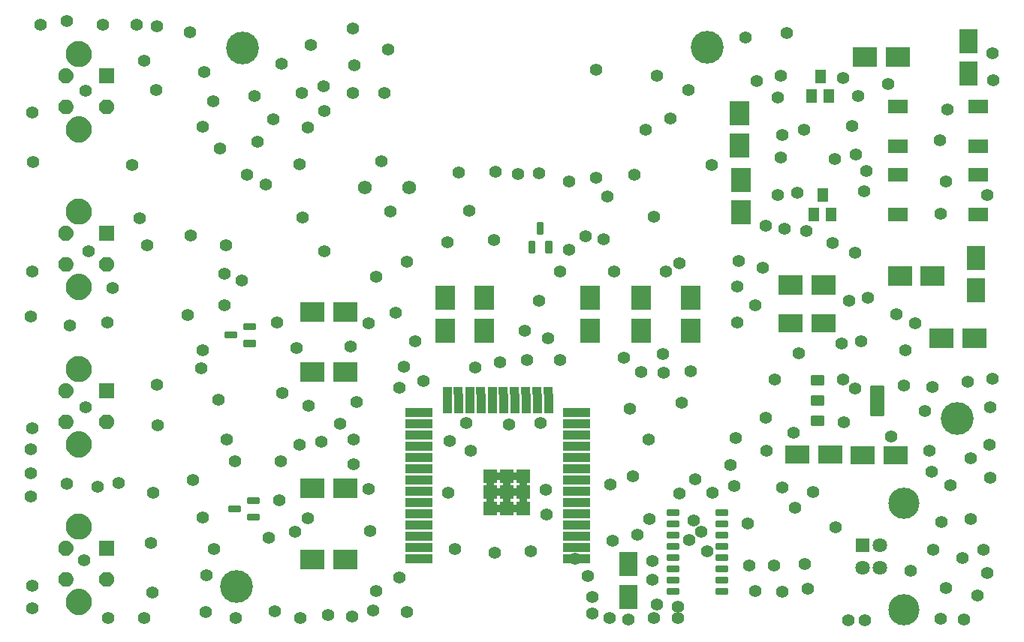
<source format=gbr>
G04 EAGLE Gerber RS-274X export*
G75*
%MOMM*%
%FSLAX34Y34*%
%LPD*%
%INSoldermask Top*%
%IPPOS*%
%AMOC8*
5,1,8,0,0,1.08239X$1,22.5*%
G01*
%ADD10C,3.703200*%
%ADD11R,1.092200X0.838200*%
%ADD12R,0.838200X1.092200*%
%ADD13R,2.203200X1.103200*%
%ADD14R,1.103200X2.203200*%
%ADD15R,1.533200X1.533200*%
%ADD16C,0.911200*%
%ADD17C,0.339959*%
%ADD18C,0.393431*%
%ADD19R,2.703200X2.003200*%
%ADD20R,2.703200X2.203200*%
%ADD21C,0.362206*%
%ADD22R,2.003200X2.703200*%
%ADD23R,2.203200X2.703200*%
%ADD24R,1.203200X1.603200*%
%ADD25C,0.353406*%
%ADD26R,1.672400X1.672400*%
%ADD27C,0.836200*%
%ADD28C,1.476200*%
%ADD29C,1.561200*%
%ADD30C,3.519200*%
%ADD31C,1.631200*%
%ADD32R,1.631200X1.631200*%
%ADD33R,2.303200X1.603200*%
%ADD34C,1.422400*%


D10*
X257048Y661416D03*
X250190Y53594D03*
X1062482Y243332D03*
X780796Y662178D03*
D11*
X487553Y274193D03*
X499999Y274701D03*
X512953Y274701D03*
X525399Y274701D03*
X538353Y274701D03*
X550799Y274701D03*
X563499Y274701D03*
X576199Y274701D03*
X588899Y274701D03*
X601599Y274701D03*
D12*
X444881Y250063D03*
X444881Y237363D03*
X444881Y224917D03*
X444881Y211963D03*
X444881Y199263D03*
X444881Y186563D03*
X444881Y173863D03*
X444881Y161163D03*
X444881Y148463D03*
X444881Y135763D03*
X444881Y123063D03*
X444881Y110363D03*
X444881Y97663D03*
X444881Y84963D03*
X644525Y84963D03*
X644525Y97663D03*
X644525Y110363D03*
X644525Y123063D03*
X644525Y135763D03*
X644525Y148463D03*
X644525Y161163D03*
X644525Y173863D03*
X644779Y186055D03*
X644779Y199263D03*
X644779Y211963D03*
X644779Y224663D03*
X644779Y237363D03*
X644779Y249809D03*
D13*
X629580Y84930D03*
X629580Y97630D03*
X629580Y110330D03*
X629580Y123030D03*
X629580Y135730D03*
X629580Y148430D03*
X629580Y161130D03*
X629580Y173830D03*
X629580Y186530D03*
X629580Y199230D03*
X629580Y211930D03*
X629580Y224630D03*
X629580Y237330D03*
X629580Y250030D03*
D14*
X601730Y260030D03*
X589030Y260030D03*
X576330Y260030D03*
X563630Y260030D03*
X550930Y260030D03*
X538230Y260030D03*
X525530Y260030D03*
X512830Y260030D03*
X500130Y260030D03*
X487430Y260030D03*
D13*
X459580Y250030D03*
X459580Y237330D03*
X459580Y224630D03*
X459580Y211930D03*
X459580Y199230D03*
X459580Y186530D03*
X459580Y173830D03*
X459580Y161130D03*
X459580Y148430D03*
X459580Y135730D03*
X459580Y123030D03*
X459580Y110330D03*
X459580Y97630D03*
X459580Y84930D03*
D15*
X572930Y141580D03*
X554580Y141580D03*
X536230Y141580D03*
X572930Y159930D03*
X554580Y159930D03*
X536230Y159930D03*
X572930Y178280D03*
X554580Y178280D03*
X536230Y178280D03*
D16*
X563755Y141580D03*
X545405Y141580D03*
X572930Y150755D03*
X554580Y150755D03*
X536230Y150755D03*
X563755Y159930D03*
X545405Y159930D03*
X572930Y169105D03*
X554580Y169105D03*
X536230Y169105D03*
X563755Y178280D03*
X545405Y178280D03*
D17*
X899214Y282332D02*
X910946Y282332D01*
X899214Y282332D02*
X899214Y290264D01*
X910946Y290264D01*
X910946Y282332D01*
X910946Y285562D02*
X899214Y285562D01*
X899214Y288792D02*
X910946Y288792D01*
X910946Y259432D02*
X899214Y259432D01*
X899214Y267364D01*
X910946Y267364D01*
X910946Y259432D01*
X910946Y262662D02*
X899214Y262662D01*
X899214Y265892D02*
X910946Y265892D01*
X910946Y236532D02*
X899214Y236532D01*
X899214Y244464D01*
X910946Y244464D01*
X910946Y236532D01*
X910946Y239762D02*
X899214Y239762D01*
X899214Y242992D02*
X910946Y242992D01*
D18*
X966381Y248149D02*
X977579Y248149D01*
X966381Y248149D02*
X966381Y278647D01*
X977579Y278647D01*
X977579Y248149D01*
X977579Y251886D02*
X966381Y251886D01*
X966381Y255623D02*
X977579Y255623D01*
X977579Y259360D02*
X966381Y259360D01*
X966381Y263097D02*
X977579Y263097D01*
X977579Y266834D02*
X966381Y266834D01*
X966381Y270571D02*
X977579Y270571D01*
X977579Y274308D02*
X966381Y274308D01*
X966381Y278045D02*
X977579Y278045D01*
D19*
X874818Y350774D03*
X911818Y350774D03*
X919184Y202184D03*
X882184Y202184D03*
D20*
X1044786Y333756D03*
X1081786Y333756D03*
D21*
X747875Y121901D02*
X736365Y121901D01*
X736365Y126511D01*
X747875Y126511D01*
X747875Y121901D01*
X747875Y125342D02*
X736365Y125342D01*
X791365Y96501D02*
X802875Y96501D01*
X791365Y96501D02*
X791365Y101111D01*
X802875Y101111D01*
X802875Y96501D01*
X802875Y99942D02*
X791365Y99942D01*
X747875Y134601D02*
X736365Y134601D01*
X736365Y139211D01*
X747875Y139211D01*
X747875Y134601D01*
X747875Y138042D02*
X736365Y138042D01*
X736365Y109201D02*
X747875Y109201D01*
X736365Y109201D02*
X736365Y113811D01*
X747875Y113811D01*
X747875Y109201D01*
X747875Y112642D02*
X736365Y112642D01*
X736365Y96501D02*
X747875Y96501D01*
X736365Y96501D02*
X736365Y101111D01*
X747875Y101111D01*
X747875Y96501D01*
X747875Y99942D02*
X736365Y99942D01*
X791365Y109201D02*
X802875Y109201D01*
X791365Y109201D02*
X791365Y113811D01*
X802875Y113811D01*
X802875Y109201D01*
X802875Y112642D02*
X791365Y112642D01*
X791365Y83801D02*
X802875Y83801D01*
X791365Y83801D02*
X791365Y88411D01*
X802875Y88411D01*
X802875Y83801D01*
X802875Y87242D02*
X791365Y87242D01*
X791365Y71101D02*
X802875Y71101D01*
X791365Y71101D02*
X791365Y75711D01*
X802875Y75711D01*
X802875Y71101D01*
X802875Y74542D02*
X791365Y74542D01*
X747875Y71101D02*
X736365Y71101D01*
X736365Y75711D01*
X747875Y75711D01*
X747875Y71101D01*
X747875Y74542D02*
X736365Y74542D01*
X791365Y45701D02*
X802875Y45701D01*
X791365Y45701D02*
X791365Y50311D01*
X802875Y50311D01*
X802875Y45701D01*
X802875Y49142D02*
X791365Y49142D01*
X747875Y83801D02*
X736365Y83801D01*
X736365Y88411D01*
X747875Y88411D01*
X747875Y83801D01*
X747875Y87242D02*
X736365Y87242D01*
X736365Y58401D02*
X747875Y58401D01*
X736365Y58401D02*
X736365Y63011D01*
X747875Y63011D01*
X747875Y58401D01*
X747875Y61842D02*
X736365Y61842D01*
X791365Y58401D02*
X802875Y58401D01*
X791365Y58401D02*
X791365Y63011D01*
X802875Y63011D01*
X802875Y58401D01*
X802875Y61842D02*
X791365Y61842D01*
X747875Y45701D02*
X736365Y45701D01*
X736365Y50311D01*
X747875Y50311D01*
X747875Y45701D01*
X747875Y49142D02*
X736365Y49142D01*
X791365Y121901D02*
X802875Y121901D01*
X791365Y121901D02*
X791365Y126511D01*
X802875Y126511D01*
X802875Y121901D01*
X802875Y125342D02*
X791365Y125342D01*
X791365Y134601D02*
X802875Y134601D01*
X791365Y134601D02*
X791365Y139211D01*
X802875Y139211D01*
X802875Y134601D01*
X802875Y138042D02*
X791365Y138042D01*
D22*
X691642Y78698D03*
X691642Y41698D03*
D23*
X706144Y379180D03*
X706144Y342180D03*
X762254Y379180D03*
X762254Y342180D03*
D20*
X874818Y393954D03*
X911818Y393954D03*
X958384Y651510D03*
X995384Y651510D03*
D22*
X1075478Y669248D03*
X1075478Y632248D03*
D20*
X998008Y404368D03*
X1035008Y404368D03*
D22*
X1083606Y387646D03*
X1083606Y424646D03*
D23*
X529336Y342180D03*
X529336Y379180D03*
X485140Y342180D03*
X485140Y379180D03*
D19*
X993098Y201676D03*
X956098Y201676D03*
D24*
X908304Y629236D03*
X917804Y607236D03*
X898804Y607236D03*
X910844Y495378D03*
X920344Y473378D03*
X901344Y473378D03*
D23*
X817118Y550968D03*
X817118Y587968D03*
X819150Y512784D03*
X819150Y475784D03*
D25*
X269999Y330061D02*
X259201Y330061D01*
X269999Y330061D02*
X269999Y325563D01*
X259201Y325563D01*
X259201Y330061D01*
X259201Y328920D02*
X269999Y328920D01*
X248799Y339561D02*
X238001Y339561D01*
X248799Y339561D02*
X248799Y335063D01*
X238001Y335063D01*
X238001Y339561D01*
X238001Y338420D02*
X248799Y338420D01*
X259201Y349061D02*
X269999Y349061D01*
X269999Y344563D01*
X259201Y344563D01*
X259201Y349061D01*
X259201Y347920D02*
X269999Y347920D01*
D20*
X335576Y295910D03*
X372576Y295910D03*
X335576Y363474D03*
X372576Y363474D03*
D25*
X274063Y133973D02*
X263265Y133973D01*
X274063Y133973D02*
X274063Y129475D01*
X263265Y129475D01*
X263265Y133973D01*
X263265Y132832D02*
X274063Y132832D01*
X252863Y143473D02*
X242065Y143473D01*
X252863Y143473D02*
X252863Y138975D01*
X242065Y138975D01*
X242065Y143473D01*
X242065Y142332D02*
X252863Y142332D01*
X263265Y152973D02*
X274063Y152973D01*
X274063Y148475D01*
X263265Y148475D01*
X263265Y152973D01*
X263265Y151832D02*
X274063Y151832D01*
D20*
X335576Y84328D03*
X372576Y84328D03*
X335576Y164084D03*
X372576Y164084D03*
D26*
X103378Y96520D03*
D27*
X99197Y61520D02*
X99199Y61649D01*
X99205Y61777D01*
X99215Y61906D01*
X99229Y62034D01*
X99246Y62161D01*
X99268Y62288D01*
X99294Y62414D01*
X99323Y62540D01*
X99357Y62664D01*
X99394Y62787D01*
X99435Y62910D01*
X99479Y63030D01*
X99528Y63150D01*
X99580Y63267D01*
X99635Y63384D01*
X99694Y63498D01*
X99757Y63610D01*
X99823Y63721D01*
X99893Y63829D01*
X99965Y63936D01*
X100041Y64040D01*
X100121Y64141D01*
X100203Y64240D01*
X100288Y64337D01*
X100376Y64431D01*
X100467Y64522D01*
X100561Y64610D01*
X100658Y64695D01*
X100757Y64777D01*
X100858Y64857D01*
X100962Y64933D01*
X101069Y65005D01*
X101177Y65075D01*
X101287Y65141D01*
X101400Y65204D01*
X101514Y65263D01*
X101631Y65318D01*
X101748Y65370D01*
X101868Y65419D01*
X101988Y65463D01*
X102111Y65504D01*
X102234Y65541D01*
X102358Y65575D01*
X102484Y65604D01*
X102610Y65630D01*
X102737Y65652D01*
X102864Y65669D01*
X102992Y65683D01*
X103121Y65693D01*
X103249Y65699D01*
X103378Y65701D01*
X103507Y65699D01*
X103635Y65693D01*
X103764Y65683D01*
X103892Y65669D01*
X104019Y65652D01*
X104146Y65630D01*
X104272Y65604D01*
X104398Y65575D01*
X104522Y65541D01*
X104645Y65504D01*
X104768Y65463D01*
X104888Y65419D01*
X105008Y65370D01*
X105125Y65318D01*
X105242Y65263D01*
X105356Y65204D01*
X105468Y65141D01*
X105579Y65075D01*
X105687Y65005D01*
X105794Y64933D01*
X105898Y64857D01*
X105999Y64777D01*
X106098Y64695D01*
X106195Y64610D01*
X106289Y64522D01*
X106380Y64431D01*
X106468Y64337D01*
X106553Y64240D01*
X106635Y64141D01*
X106715Y64040D01*
X106791Y63936D01*
X106863Y63829D01*
X106933Y63721D01*
X106999Y63610D01*
X107062Y63498D01*
X107121Y63384D01*
X107176Y63267D01*
X107228Y63150D01*
X107277Y63030D01*
X107321Y62910D01*
X107362Y62787D01*
X107399Y62664D01*
X107433Y62540D01*
X107462Y62414D01*
X107488Y62288D01*
X107510Y62161D01*
X107527Y62034D01*
X107541Y61906D01*
X107551Y61777D01*
X107557Y61649D01*
X107559Y61520D01*
X107557Y61391D01*
X107551Y61263D01*
X107541Y61134D01*
X107527Y61006D01*
X107510Y60879D01*
X107488Y60752D01*
X107462Y60626D01*
X107433Y60500D01*
X107399Y60376D01*
X107362Y60253D01*
X107321Y60130D01*
X107277Y60010D01*
X107228Y59890D01*
X107176Y59773D01*
X107121Y59656D01*
X107062Y59542D01*
X106999Y59430D01*
X106933Y59319D01*
X106863Y59211D01*
X106791Y59104D01*
X106715Y59000D01*
X106635Y58899D01*
X106553Y58800D01*
X106468Y58703D01*
X106380Y58609D01*
X106289Y58518D01*
X106195Y58430D01*
X106098Y58345D01*
X105999Y58263D01*
X105898Y58183D01*
X105794Y58107D01*
X105687Y58035D01*
X105579Y57965D01*
X105469Y57899D01*
X105356Y57836D01*
X105242Y57777D01*
X105125Y57722D01*
X105008Y57670D01*
X104888Y57621D01*
X104768Y57577D01*
X104645Y57536D01*
X104522Y57499D01*
X104398Y57465D01*
X104272Y57436D01*
X104146Y57410D01*
X104019Y57388D01*
X103892Y57371D01*
X103764Y57357D01*
X103635Y57347D01*
X103507Y57341D01*
X103378Y57339D01*
X103249Y57341D01*
X103121Y57347D01*
X102992Y57357D01*
X102864Y57371D01*
X102737Y57388D01*
X102610Y57410D01*
X102484Y57436D01*
X102358Y57465D01*
X102234Y57499D01*
X102111Y57536D01*
X101988Y57577D01*
X101868Y57621D01*
X101748Y57670D01*
X101631Y57722D01*
X101514Y57777D01*
X101400Y57836D01*
X101287Y57899D01*
X101177Y57965D01*
X101069Y58035D01*
X100962Y58107D01*
X100858Y58183D01*
X100757Y58263D01*
X100658Y58345D01*
X100561Y58430D01*
X100467Y58518D01*
X100376Y58609D01*
X100288Y58703D01*
X100203Y58800D01*
X100121Y58899D01*
X100041Y59000D01*
X99965Y59104D01*
X99893Y59211D01*
X99823Y59319D01*
X99757Y59429D01*
X99694Y59542D01*
X99635Y59656D01*
X99580Y59773D01*
X99528Y59890D01*
X99479Y60010D01*
X99435Y60130D01*
X99394Y60253D01*
X99357Y60376D01*
X99323Y60500D01*
X99294Y60626D01*
X99268Y60752D01*
X99246Y60879D01*
X99229Y61006D01*
X99215Y61134D01*
X99205Y61263D01*
X99199Y61391D01*
X99197Y61520D01*
X53197Y61520D02*
X53199Y61649D01*
X53205Y61777D01*
X53215Y61906D01*
X53229Y62034D01*
X53246Y62161D01*
X53268Y62288D01*
X53294Y62414D01*
X53323Y62540D01*
X53357Y62664D01*
X53394Y62787D01*
X53435Y62910D01*
X53479Y63030D01*
X53528Y63150D01*
X53580Y63267D01*
X53635Y63384D01*
X53694Y63498D01*
X53757Y63610D01*
X53823Y63721D01*
X53893Y63829D01*
X53965Y63936D01*
X54041Y64040D01*
X54121Y64141D01*
X54203Y64240D01*
X54288Y64337D01*
X54376Y64431D01*
X54467Y64522D01*
X54561Y64610D01*
X54658Y64695D01*
X54757Y64777D01*
X54858Y64857D01*
X54962Y64933D01*
X55069Y65005D01*
X55177Y65075D01*
X55287Y65141D01*
X55400Y65204D01*
X55514Y65263D01*
X55631Y65318D01*
X55748Y65370D01*
X55868Y65419D01*
X55988Y65463D01*
X56111Y65504D01*
X56234Y65541D01*
X56358Y65575D01*
X56484Y65604D01*
X56610Y65630D01*
X56737Y65652D01*
X56864Y65669D01*
X56992Y65683D01*
X57121Y65693D01*
X57249Y65699D01*
X57378Y65701D01*
X57507Y65699D01*
X57635Y65693D01*
X57764Y65683D01*
X57892Y65669D01*
X58019Y65652D01*
X58146Y65630D01*
X58272Y65604D01*
X58398Y65575D01*
X58522Y65541D01*
X58645Y65504D01*
X58768Y65463D01*
X58888Y65419D01*
X59008Y65370D01*
X59125Y65318D01*
X59242Y65263D01*
X59356Y65204D01*
X59468Y65141D01*
X59579Y65075D01*
X59687Y65005D01*
X59794Y64933D01*
X59898Y64857D01*
X59999Y64777D01*
X60098Y64695D01*
X60195Y64610D01*
X60289Y64522D01*
X60380Y64431D01*
X60468Y64337D01*
X60553Y64240D01*
X60635Y64141D01*
X60715Y64040D01*
X60791Y63936D01*
X60863Y63829D01*
X60933Y63721D01*
X60999Y63610D01*
X61062Y63498D01*
X61121Y63384D01*
X61176Y63267D01*
X61228Y63150D01*
X61277Y63030D01*
X61321Y62910D01*
X61362Y62787D01*
X61399Y62664D01*
X61433Y62540D01*
X61462Y62414D01*
X61488Y62288D01*
X61510Y62161D01*
X61527Y62034D01*
X61541Y61906D01*
X61551Y61777D01*
X61557Y61649D01*
X61559Y61520D01*
X61557Y61391D01*
X61551Y61263D01*
X61541Y61134D01*
X61527Y61006D01*
X61510Y60879D01*
X61488Y60752D01*
X61462Y60626D01*
X61433Y60500D01*
X61399Y60376D01*
X61362Y60253D01*
X61321Y60130D01*
X61277Y60010D01*
X61228Y59890D01*
X61176Y59773D01*
X61121Y59656D01*
X61062Y59542D01*
X60999Y59430D01*
X60933Y59319D01*
X60863Y59211D01*
X60791Y59104D01*
X60715Y59000D01*
X60635Y58899D01*
X60553Y58800D01*
X60468Y58703D01*
X60380Y58609D01*
X60289Y58518D01*
X60195Y58430D01*
X60098Y58345D01*
X59999Y58263D01*
X59898Y58183D01*
X59794Y58107D01*
X59687Y58035D01*
X59579Y57965D01*
X59469Y57899D01*
X59356Y57836D01*
X59242Y57777D01*
X59125Y57722D01*
X59008Y57670D01*
X58888Y57621D01*
X58768Y57577D01*
X58645Y57536D01*
X58522Y57499D01*
X58398Y57465D01*
X58272Y57436D01*
X58146Y57410D01*
X58019Y57388D01*
X57892Y57371D01*
X57764Y57357D01*
X57635Y57347D01*
X57507Y57341D01*
X57378Y57339D01*
X57249Y57341D01*
X57121Y57347D01*
X56992Y57357D01*
X56864Y57371D01*
X56737Y57388D01*
X56610Y57410D01*
X56484Y57436D01*
X56358Y57465D01*
X56234Y57499D01*
X56111Y57536D01*
X55988Y57577D01*
X55868Y57621D01*
X55748Y57670D01*
X55631Y57722D01*
X55514Y57777D01*
X55400Y57836D01*
X55287Y57899D01*
X55177Y57965D01*
X55069Y58035D01*
X54962Y58107D01*
X54858Y58183D01*
X54757Y58263D01*
X54658Y58345D01*
X54561Y58430D01*
X54467Y58518D01*
X54376Y58609D01*
X54288Y58703D01*
X54203Y58800D01*
X54121Y58899D01*
X54041Y59000D01*
X53965Y59104D01*
X53893Y59211D01*
X53823Y59319D01*
X53757Y59429D01*
X53694Y59542D01*
X53635Y59656D01*
X53580Y59773D01*
X53528Y59890D01*
X53479Y60010D01*
X53435Y60130D01*
X53394Y60253D01*
X53357Y60376D01*
X53323Y60500D01*
X53294Y60626D01*
X53268Y60752D01*
X53246Y60879D01*
X53229Y61006D01*
X53215Y61134D01*
X53205Y61263D01*
X53199Y61391D01*
X53197Y61520D01*
X53197Y96520D02*
X53199Y96649D01*
X53205Y96777D01*
X53215Y96906D01*
X53229Y97034D01*
X53246Y97161D01*
X53268Y97288D01*
X53294Y97414D01*
X53323Y97540D01*
X53357Y97664D01*
X53394Y97787D01*
X53435Y97910D01*
X53479Y98030D01*
X53528Y98150D01*
X53580Y98267D01*
X53635Y98384D01*
X53694Y98498D01*
X53757Y98610D01*
X53823Y98721D01*
X53893Y98829D01*
X53965Y98936D01*
X54041Y99040D01*
X54121Y99141D01*
X54203Y99240D01*
X54288Y99337D01*
X54376Y99431D01*
X54467Y99522D01*
X54561Y99610D01*
X54658Y99695D01*
X54757Y99777D01*
X54858Y99857D01*
X54962Y99933D01*
X55069Y100005D01*
X55177Y100075D01*
X55287Y100141D01*
X55400Y100204D01*
X55514Y100263D01*
X55631Y100318D01*
X55748Y100370D01*
X55868Y100419D01*
X55988Y100463D01*
X56111Y100504D01*
X56234Y100541D01*
X56358Y100575D01*
X56484Y100604D01*
X56610Y100630D01*
X56737Y100652D01*
X56864Y100669D01*
X56992Y100683D01*
X57121Y100693D01*
X57249Y100699D01*
X57378Y100701D01*
X57507Y100699D01*
X57635Y100693D01*
X57764Y100683D01*
X57892Y100669D01*
X58019Y100652D01*
X58146Y100630D01*
X58272Y100604D01*
X58398Y100575D01*
X58522Y100541D01*
X58645Y100504D01*
X58768Y100463D01*
X58888Y100419D01*
X59008Y100370D01*
X59125Y100318D01*
X59242Y100263D01*
X59356Y100204D01*
X59468Y100141D01*
X59579Y100075D01*
X59687Y100005D01*
X59794Y99933D01*
X59898Y99857D01*
X59999Y99777D01*
X60098Y99695D01*
X60195Y99610D01*
X60289Y99522D01*
X60380Y99431D01*
X60468Y99337D01*
X60553Y99240D01*
X60635Y99141D01*
X60715Y99040D01*
X60791Y98936D01*
X60863Y98829D01*
X60933Y98721D01*
X60999Y98610D01*
X61062Y98498D01*
X61121Y98384D01*
X61176Y98267D01*
X61228Y98150D01*
X61277Y98030D01*
X61321Y97910D01*
X61362Y97787D01*
X61399Y97664D01*
X61433Y97540D01*
X61462Y97414D01*
X61488Y97288D01*
X61510Y97161D01*
X61527Y97034D01*
X61541Y96906D01*
X61551Y96777D01*
X61557Y96649D01*
X61559Y96520D01*
X61557Y96391D01*
X61551Y96263D01*
X61541Y96134D01*
X61527Y96006D01*
X61510Y95879D01*
X61488Y95752D01*
X61462Y95626D01*
X61433Y95500D01*
X61399Y95376D01*
X61362Y95253D01*
X61321Y95130D01*
X61277Y95010D01*
X61228Y94890D01*
X61176Y94773D01*
X61121Y94656D01*
X61062Y94542D01*
X60999Y94430D01*
X60933Y94319D01*
X60863Y94211D01*
X60791Y94104D01*
X60715Y94000D01*
X60635Y93899D01*
X60553Y93800D01*
X60468Y93703D01*
X60380Y93609D01*
X60289Y93518D01*
X60195Y93430D01*
X60098Y93345D01*
X59999Y93263D01*
X59898Y93183D01*
X59794Y93107D01*
X59687Y93035D01*
X59579Y92965D01*
X59469Y92899D01*
X59356Y92836D01*
X59242Y92777D01*
X59125Y92722D01*
X59008Y92670D01*
X58888Y92621D01*
X58768Y92577D01*
X58645Y92536D01*
X58522Y92499D01*
X58398Y92465D01*
X58272Y92436D01*
X58146Y92410D01*
X58019Y92388D01*
X57892Y92371D01*
X57764Y92357D01*
X57635Y92347D01*
X57507Y92341D01*
X57378Y92339D01*
X57249Y92341D01*
X57121Y92347D01*
X56992Y92357D01*
X56864Y92371D01*
X56737Y92388D01*
X56610Y92410D01*
X56484Y92436D01*
X56358Y92465D01*
X56234Y92499D01*
X56111Y92536D01*
X55988Y92577D01*
X55868Y92621D01*
X55748Y92670D01*
X55631Y92722D01*
X55514Y92777D01*
X55400Y92836D01*
X55287Y92899D01*
X55177Y92965D01*
X55069Y93035D01*
X54962Y93107D01*
X54858Y93183D01*
X54757Y93263D01*
X54658Y93345D01*
X54561Y93430D01*
X54467Y93518D01*
X54376Y93609D01*
X54288Y93703D01*
X54203Y93800D01*
X54121Y93899D01*
X54041Y94000D01*
X53965Y94104D01*
X53893Y94211D01*
X53823Y94319D01*
X53757Y94429D01*
X53694Y94542D01*
X53635Y94656D01*
X53580Y94773D01*
X53528Y94890D01*
X53479Y95010D01*
X53435Y95130D01*
X53394Y95253D01*
X53357Y95376D01*
X53323Y95500D01*
X53294Y95626D01*
X53268Y95752D01*
X53246Y95879D01*
X53229Y96006D01*
X53215Y96134D01*
X53205Y96263D01*
X53199Y96391D01*
X53197Y96520D01*
D28*
X64197Y36520D02*
X64199Y36701D01*
X64206Y36882D01*
X64217Y37063D01*
X64233Y37243D01*
X64253Y37424D01*
X64277Y37603D01*
X64306Y37782D01*
X64339Y37960D01*
X64376Y38137D01*
X64418Y38313D01*
X64464Y38489D01*
X64515Y38663D01*
X64570Y38835D01*
X64628Y39007D01*
X64692Y39176D01*
X64759Y39345D01*
X64830Y39511D01*
X64906Y39676D01*
X64985Y39839D01*
X65069Y39999D01*
X65156Y40158D01*
X65247Y40315D01*
X65342Y40469D01*
X65441Y40621D01*
X65543Y40770D01*
X65650Y40917D01*
X65759Y41061D01*
X65872Y41202D01*
X65989Y41341D01*
X66109Y41477D01*
X66232Y41609D01*
X66359Y41739D01*
X66489Y41866D01*
X66621Y41989D01*
X66757Y42109D01*
X66896Y42226D01*
X67037Y42339D01*
X67181Y42448D01*
X67328Y42555D01*
X67477Y42657D01*
X67629Y42756D01*
X67783Y42851D01*
X67940Y42942D01*
X68099Y43029D01*
X68259Y43113D01*
X68422Y43192D01*
X68587Y43268D01*
X68753Y43339D01*
X68922Y43406D01*
X69091Y43470D01*
X69263Y43528D01*
X69435Y43583D01*
X69609Y43634D01*
X69785Y43680D01*
X69961Y43722D01*
X70138Y43759D01*
X70316Y43792D01*
X70495Y43821D01*
X70674Y43845D01*
X70855Y43865D01*
X71035Y43881D01*
X71216Y43892D01*
X71397Y43899D01*
X71578Y43901D01*
X71759Y43899D01*
X71940Y43892D01*
X72121Y43881D01*
X72301Y43865D01*
X72482Y43845D01*
X72661Y43821D01*
X72840Y43792D01*
X73018Y43759D01*
X73195Y43722D01*
X73371Y43680D01*
X73547Y43634D01*
X73721Y43583D01*
X73893Y43528D01*
X74065Y43470D01*
X74234Y43406D01*
X74403Y43339D01*
X74569Y43268D01*
X74734Y43192D01*
X74897Y43113D01*
X75057Y43029D01*
X75216Y42942D01*
X75373Y42851D01*
X75527Y42756D01*
X75679Y42657D01*
X75828Y42555D01*
X75975Y42448D01*
X76119Y42339D01*
X76260Y42226D01*
X76399Y42109D01*
X76535Y41989D01*
X76667Y41866D01*
X76797Y41739D01*
X76924Y41609D01*
X77047Y41477D01*
X77167Y41341D01*
X77284Y41202D01*
X77397Y41061D01*
X77506Y40917D01*
X77613Y40770D01*
X77715Y40621D01*
X77814Y40469D01*
X77909Y40315D01*
X78000Y40158D01*
X78087Y39999D01*
X78171Y39839D01*
X78250Y39676D01*
X78326Y39511D01*
X78397Y39345D01*
X78464Y39176D01*
X78528Y39007D01*
X78586Y38835D01*
X78641Y38663D01*
X78692Y38489D01*
X78738Y38313D01*
X78780Y38137D01*
X78817Y37960D01*
X78850Y37782D01*
X78879Y37603D01*
X78903Y37424D01*
X78923Y37243D01*
X78939Y37063D01*
X78950Y36882D01*
X78957Y36701D01*
X78959Y36520D01*
X78957Y36339D01*
X78950Y36158D01*
X78939Y35977D01*
X78923Y35797D01*
X78903Y35616D01*
X78879Y35437D01*
X78850Y35258D01*
X78817Y35080D01*
X78780Y34903D01*
X78738Y34727D01*
X78692Y34551D01*
X78641Y34377D01*
X78586Y34205D01*
X78528Y34033D01*
X78464Y33864D01*
X78397Y33695D01*
X78326Y33529D01*
X78250Y33364D01*
X78171Y33201D01*
X78087Y33041D01*
X78000Y32882D01*
X77909Y32725D01*
X77814Y32571D01*
X77715Y32419D01*
X77613Y32270D01*
X77506Y32123D01*
X77397Y31979D01*
X77284Y31838D01*
X77167Y31699D01*
X77047Y31563D01*
X76924Y31431D01*
X76797Y31301D01*
X76667Y31174D01*
X76535Y31051D01*
X76399Y30931D01*
X76260Y30814D01*
X76119Y30701D01*
X75975Y30592D01*
X75828Y30485D01*
X75679Y30383D01*
X75527Y30284D01*
X75373Y30189D01*
X75216Y30098D01*
X75057Y30011D01*
X74897Y29927D01*
X74734Y29848D01*
X74569Y29772D01*
X74403Y29701D01*
X74234Y29634D01*
X74065Y29570D01*
X73893Y29512D01*
X73721Y29457D01*
X73547Y29406D01*
X73371Y29360D01*
X73195Y29318D01*
X73018Y29281D01*
X72840Y29248D01*
X72661Y29219D01*
X72482Y29195D01*
X72301Y29175D01*
X72121Y29159D01*
X71940Y29148D01*
X71759Y29141D01*
X71578Y29139D01*
X71397Y29141D01*
X71216Y29148D01*
X71035Y29159D01*
X70855Y29175D01*
X70674Y29195D01*
X70495Y29219D01*
X70316Y29248D01*
X70138Y29281D01*
X69961Y29318D01*
X69785Y29360D01*
X69609Y29406D01*
X69435Y29457D01*
X69263Y29512D01*
X69091Y29570D01*
X68922Y29634D01*
X68753Y29701D01*
X68587Y29772D01*
X68422Y29848D01*
X68259Y29927D01*
X68099Y30011D01*
X67940Y30098D01*
X67783Y30189D01*
X67629Y30284D01*
X67477Y30383D01*
X67328Y30485D01*
X67181Y30592D01*
X67037Y30701D01*
X66896Y30814D01*
X66757Y30931D01*
X66621Y31051D01*
X66489Y31174D01*
X66359Y31301D01*
X66232Y31431D01*
X66109Y31563D01*
X65989Y31699D01*
X65872Y31838D01*
X65759Y31979D01*
X65650Y32123D01*
X65543Y32270D01*
X65441Y32419D01*
X65342Y32571D01*
X65247Y32725D01*
X65156Y32882D01*
X65069Y33041D01*
X64985Y33201D01*
X64906Y33364D01*
X64830Y33529D01*
X64759Y33695D01*
X64692Y33864D01*
X64628Y34033D01*
X64570Y34205D01*
X64515Y34377D01*
X64464Y34551D01*
X64418Y34727D01*
X64376Y34903D01*
X64339Y35080D01*
X64306Y35258D01*
X64277Y35437D01*
X64253Y35616D01*
X64233Y35797D01*
X64217Y35977D01*
X64206Y36158D01*
X64199Y36339D01*
X64197Y36520D01*
X64197Y121520D02*
X64199Y121701D01*
X64206Y121882D01*
X64217Y122063D01*
X64233Y122243D01*
X64253Y122424D01*
X64277Y122603D01*
X64306Y122782D01*
X64339Y122960D01*
X64376Y123137D01*
X64418Y123313D01*
X64464Y123489D01*
X64515Y123663D01*
X64570Y123835D01*
X64628Y124007D01*
X64692Y124176D01*
X64759Y124345D01*
X64830Y124511D01*
X64906Y124676D01*
X64985Y124839D01*
X65069Y124999D01*
X65156Y125158D01*
X65247Y125315D01*
X65342Y125469D01*
X65441Y125621D01*
X65543Y125770D01*
X65650Y125917D01*
X65759Y126061D01*
X65872Y126202D01*
X65989Y126341D01*
X66109Y126477D01*
X66232Y126609D01*
X66359Y126739D01*
X66489Y126866D01*
X66621Y126989D01*
X66757Y127109D01*
X66896Y127226D01*
X67037Y127339D01*
X67181Y127448D01*
X67328Y127555D01*
X67477Y127657D01*
X67629Y127756D01*
X67783Y127851D01*
X67940Y127942D01*
X68099Y128029D01*
X68259Y128113D01*
X68422Y128192D01*
X68587Y128268D01*
X68753Y128339D01*
X68922Y128406D01*
X69091Y128470D01*
X69263Y128528D01*
X69435Y128583D01*
X69609Y128634D01*
X69785Y128680D01*
X69961Y128722D01*
X70138Y128759D01*
X70316Y128792D01*
X70495Y128821D01*
X70674Y128845D01*
X70855Y128865D01*
X71035Y128881D01*
X71216Y128892D01*
X71397Y128899D01*
X71578Y128901D01*
X71759Y128899D01*
X71940Y128892D01*
X72121Y128881D01*
X72301Y128865D01*
X72482Y128845D01*
X72661Y128821D01*
X72840Y128792D01*
X73018Y128759D01*
X73195Y128722D01*
X73371Y128680D01*
X73547Y128634D01*
X73721Y128583D01*
X73893Y128528D01*
X74065Y128470D01*
X74234Y128406D01*
X74403Y128339D01*
X74569Y128268D01*
X74734Y128192D01*
X74897Y128113D01*
X75057Y128029D01*
X75216Y127942D01*
X75373Y127851D01*
X75527Y127756D01*
X75679Y127657D01*
X75828Y127555D01*
X75975Y127448D01*
X76119Y127339D01*
X76260Y127226D01*
X76399Y127109D01*
X76535Y126989D01*
X76667Y126866D01*
X76797Y126739D01*
X76924Y126609D01*
X77047Y126477D01*
X77167Y126341D01*
X77284Y126202D01*
X77397Y126061D01*
X77506Y125917D01*
X77613Y125770D01*
X77715Y125621D01*
X77814Y125469D01*
X77909Y125315D01*
X78000Y125158D01*
X78087Y124999D01*
X78171Y124839D01*
X78250Y124676D01*
X78326Y124511D01*
X78397Y124345D01*
X78464Y124176D01*
X78528Y124007D01*
X78586Y123835D01*
X78641Y123663D01*
X78692Y123489D01*
X78738Y123313D01*
X78780Y123137D01*
X78817Y122960D01*
X78850Y122782D01*
X78879Y122603D01*
X78903Y122424D01*
X78923Y122243D01*
X78939Y122063D01*
X78950Y121882D01*
X78957Y121701D01*
X78959Y121520D01*
X78957Y121339D01*
X78950Y121158D01*
X78939Y120977D01*
X78923Y120797D01*
X78903Y120616D01*
X78879Y120437D01*
X78850Y120258D01*
X78817Y120080D01*
X78780Y119903D01*
X78738Y119727D01*
X78692Y119551D01*
X78641Y119377D01*
X78586Y119205D01*
X78528Y119033D01*
X78464Y118864D01*
X78397Y118695D01*
X78326Y118529D01*
X78250Y118364D01*
X78171Y118201D01*
X78087Y118041D01*
X78000Y117882D01*
X77909Y117725D01*
X77814Y117571D01*
X77715Y117419D01*
X77613Y117270D01*
X77506Y117123D01*
X77397Y116979D01*
X77284Y116838D01*
X77167Y116699D01*
X77047Y116563D01*
X76924Y116431D01*
X76797Y116301D01*
X76667Y116174D01*
X76535Y116051D01*
X76399Y115931D01*
X76260Y115814D01*
X76119Y115701D01*
X75975Y115592D01*
X75828Y115485D01*
X75679Y115383D01*
X75527Y115284D01*
X75373Y115189D01*
X75216Y115098D01*
X75057Y115011D01*
X74897Y114927D01*
X74734Y114848D01*
X74569Y114772D01*
X74403Y114701D01*
X74234Y114634D01*
X74065Y114570D01*
X73893Y114512D01*
X73721Y114457D01*
X73547Y114406D01*
X73371Y114360D01*
X73195Y114318D01*
X73018Y114281D01*
X72840Y114248D01*
X72661Y114219D01*
X72482Y114195D01*
X72301Y114175D01*
X72121Y114159D01*
X71940Y114148D01*
X71759Y114141D01*
X71578Y114139D01*
X71397Y114141D01*
X71216Y114148D01*
X71035Y114159D01*
X70855Y114175D01*
X70674Y114195D01*
X70495Y114219D01*
X70316Y114248D01*
X70138Y114281D01*
X69961Y114318D01*
X69785Y114360D01*
X69609Y114406D01*
X69435Y114457D01*
X69263Y114512D01*
X69091Y114570D01*
X68922Y114634D01*
X68753Y114701D01*
X68587Y114772D01*
X68422Y114848D01*
X68259Y114927D01*
X68099Y115011D01*
X67940Y115098D01*
X67783Y115189D01*
X67629Y115284D01*
X67477Y115383D01*
X67328Y115485D01*
X67181Y115592D01*
X67037Y115701D01*
X66896Y115814D01*
X66757Y115931D01*
X66621Y116051D01*
X66489Y116174D01*
X66359Y116301D01*
X66232Y116431D01*
X66109Y116563D01*
X65989Y116699D01*
X65872Y116838D01*
X65759Y116979D01*
X65650Y117123D01*
X65543Y117270D01*
X65441Y117419D01*
X65342Y117571D01*
X65247Y117725D01*
X65156Y117882D01*
X65069Y118041D01*
X64985Y118201D01*
X64906Y118364D01*
X64830Y118529D01*
X64759Y118695D01*
X64692Y118864D01*
X64628Y119033D01*
X64570Y119205D01*
X64515Y119377D01*
X64464Y119551D01*
X64418Y119727D01*
X64376Y119903D01*
X64339Y120080D01*
X64306Y120258D01*
X64277Y120437D01*
X64253Y120616D01*
X64233Y120797D01*
X64217Y120977D01*
X64206Y121158D01*
X64199Y121339D01*
X64197Y121520D01*
D26*
X103378Y274320D03*
D27*
X99197Y239320D02*
X99199Y239449D01*
X99205Y239577D01*
X99215Y239706D01*
X99229Y239834D01*
X99246Y239961D01*
X99268Y240088D01*
X99294Y240214D01*
X99323Y240340D01*
X99357Y240464D01*
X99394Y240587D01*
X99435Y240710D01*
X99479Y240830D01*
X99528Y240950D01*
X99580Y241067D01*
X99635Y241184D01*
X99694Y241298D01*
X99757Y241410D01*
X99823Y241521D01*
X99893Y241629D01*
X99965Y241736D01*
X100041Y241840D01*
X100121Y241941D01*
X100203Y242040D01*
X100288Y242137D01*
X100376Y242231D01*
X100467Y242322D01*
X100561Y242410D01*
X100658Y242495D01*
X100757Y242577D01*
X100858Y242657D01*
X100962Y242733D01*
X101069Y242805D01*
X101177Y242875D01*
X101287Y242941D01*
X101400Y243004D01*
X101514Y243063D01*
X101631Y243118D01*
X101748Y243170D01*
X101868Y243219D01*
X101988Y243263D01*
X102111Y243304D01*
X102234Y243341D01*
X102358Y243375D01*
X102484Y243404D01*
X102610Y243430D01*
X102737Y243452D01*
X102864Y243469D01*
X102992Y243483D01*
X103121Y243493D01*
X103249Y243499D01*
X103378Y243501D01*
X103507Y243499D01*
X103635Y243493D01*
X103764Y243483D01*
X103892Y243469D01*
X104019Y243452D01*
X104146Y243430D01*
X104272Y243404D01*
X104398Y243375D01*
X104522Y243341D01*
X104645Y243304D01*
X104768Y243263D01*
X104888Y243219D01*
X105008Y243170D01*
X105125Y243118D01*
X105242Y243063D01*
X105356Y243004D01*
X105468Y242941D01*
X105579Y242875D01*
X105687Y242805D01*
X105794Y242733D01*
X105898Y242657D01*
X105999Y242577D01*
X106098Y242495D01*
X106195Y242410D01*
X106289Y242322D01*
X106380Y242231D01*
X106468Y242137D01*
X106553Y242040D01*
X106635Y241941D01*
X106715Y241840D01*
X106791Y241736D01*
X106863Y241629D01*
X106933Y241521D01*
X106999Y241410D01*
X107062Y241298D01*
X107121Y241184D01*
X107176Y241067D01*
X107228Y240950D01*
X107277Y240830D01*
X107321Y240710D01*
X107362Y240587D01*
X107399Y240464D01*
X107433Y240340D01*
X107462Y240214D01*
X107488Y240088D01*
X107510Y239961D01*
X107527Y239834D01*
X107541Y239706D01*
X107551Y239577D01*
X107557Y239449D01*
X107559Y239320D01*
X107557Y239191D01*
X107551Y239063D01*
X107541Y238934D01*
X107527Y238806D01*
X107510Y238679D01*
X107488Y238552D01*
X107462Y238426D01*
X107433Y238300D01*
X107399Y238176D01*
X107362Y238053D01*
X107321Y237930D01*
X107277Y237810D01*
X107228Y237690D01*
X107176Y237573D01*
X107121Y237456D01*
X107062Y237342D01*
X106999Y237230D01*
X106933Y237119D01*
X106863Y237011D01*
X106791Y236904D01*
X106715Y236800D01*
X106635Y236699D01*
X106553Y236600D01*
X106468Y236503D01*
X106380Y236409D01*
X106289Y236318D01*
X106195Y236230D01*
X106098Y236145D01*
X105999Y236063D01*
X105898Y235983D01*
X105794Y235907D01*
X105687Y235835D01*
X105579Y235765D01*
X105469Y235699D01*
X105356Y235636D01*
X105242Y235577D01*
X105125Y235522D01*
X105008Y235470D01*
X104888Y235421D01*
X104768Y235377D01*
X104645Y235336D01*
X104522Y235299D01*
X104398Y235265D01*
X104272Y235236D01*
X104146Y235210D01*
X104019Y235188D01*
X103892Y235171D01*
X103764Y235157D01*
X103635Y235147D01*
X103507Y235141D01*
X103378Y235139D01*
X103249Y235141D01*
X103121Y235147D01*
X102992Y235157D01*
X102864Y235171D01*
X102737Y235188D01*
X102610Y235210D01*
X102484Y235236D01*
X102358Y235265D01*
X102234Y235299D01*
X102111Y235336D01*
X101988Y235377D01*
X101868Y235421D01*
X101748Y235470D01*
X101631Y235522D01*
X101514Y235577D01*
X101400Y235636D01*
X101287Y235699D01*
X101177Y235765D01*
X101069Y235835D01*
X100962Y235907D01*
X100858Y235983D01*
X100757Y236063D01*
X100658Y236145D01*
X100561Y236230D01*
X100467Y236318D01*
X100376Y236409D01*
X100288Y236503D01*
X100203Y236600D01*
X100121Y236699D01*
X100041Y236800D01*
X99965Y236904D01*
X99893Y237011D01*
X99823Y237119D01*
X99757Y237229D01*
X99694Y237342D01*
X99635Y237456D01*
X99580Y237573D01*
X99528Y237690D01*
X99479Y237810D01*
X99435Y237930D01*
X99394Y238053D01*
X99357Y238176D01*
X99323Y238300D01*
X99294Y238426D01*
X99268Y238552D01*
X99246Y238679D01*
X99229Y238806D01*
X99215Y238934D01*
X99205Y239063D01*
X99199Y239191D01*
X99197Y239320D01*
X53197Y239320D02*
X53199Y239449D01*
X53205Y239577D01*
X53215Y239706D01*
X53229Y239834D01*
X53246Y239961D01*
X53268Y240088D01*
X53294Y240214D01*
X53323Y240340D01*
X53357Y240464D01*
X53394Y240587D01*
X53435Y240710D01*
X53479Y240830D01*
X53528Y240950D01*
X53580Y241067D01*
X53635Y241184D01*
X53694Y241298D01*
X53757Y241410D01*
X53823Y241521D01*
X53893Y241629D01*
X53965Y241736D01*
X54041Y241840D01*
X54121Y241941D01*
X54203Y242040D01*
X54288Y242137D01*
X54376Y242231D01*
X54467Y242322D01*
X54561Y242410D01*
X54658Y242495D01*
X54757Y242577D01*
X54858Y242657D01*
X54962Y242733D01*
X55069Y242805D01*
X55177Y242875D01*
X55287Y242941D01*
X55400Y243004D01*
X55514Y243063D01*
X55631Y243118D01*
X55748Y243170D01*
X55868Y243219D01*
X55988Y243263D01*
X56111Y243304D01*
X56234Y243341D01*
X56358Y243375D01*
X56484Y243404D01*
X56610Y243430D01*
X56737Y243452D01*
X56864Y243469D01*
X56992Y243483D01*
X57121Y243493D01*
X57249Y243499D01*
X57378Y243501D01*
X57507Y243499D01*
X57635Y243493D01*
X57764Y243483D01*
X57892Y243469D01*
X58019Y243452D01*
X58146Y243430D01*
X58272Y243404D01*
X58398Y243375D01*
X58522Y243341D01*
X58645Y243304D01*
X58768Y243263D01*
X58888Y243219D01*
X59008Y243170D01*
X59125Y243118D01*
X59242Y243063D01*
X59356Y243004D01*
X59468Y242941D01*
X59579Y242875D01*
X59687Y242805D01*
X59794Y242733D01*
X59898Y242657D01*
X59999Y242577D01*
X60098Y242495D01*
X60195Y242410D01*
X60289Y242322D01*
X60380Y242231D01*
X60468Y242137D01*
X60553Y242040D01*
X60635Y241941D01*
X60715Y241840D01*
X60791Y241736D01*
X60863Y241629D01*
X60933Y241521D01*
X60999Y241410D01*
X61062Y241298D01*
X61121Y241184D01*
X61176Y241067D01*
X61228Y240950D01*
X61277Y240830D01*
X61321Y240710D01*
X61362Y240587D01*
X61399Y240464D01*
X61433Y240340D01*
X61462Y240214D01*
X61488Y240088D01*
X61510Y239961D01*
X61527Y239834D01*
X61541Y239706D01*
X61551Y239577D01*
X61557Y239449D01*
X61559Y239320D01*
X61557Y239191D01*
X61551Y239063D01*
X61541Y238934D01*
X61527Y238806D01*
X61510Y238679D01*
X61488Y238552D01*
X61462Y238426D01*
X61433Y238300D01*
X61399Y238176D01*
X61362Y238053D01*
X61321Y237930D01*
X61277Y237810D01*
X61228Y237690D01*
X61176Y237573D01*
X61121Y237456D01*
X61062Y237342D01*
X60999Y237230D01*
X60933Y237119D01*
X60863Y237011D01*
X60791Y236904D01*
X60715Y236800D01*
X60635Y236699D01*
X60553Y236600D01*
X60468Y236503D01*
X60380Y236409D01*
X60289Y236318D01*
X60195Y236230D01*
X60098Y236145D01*
X59999Y236063D01*
X59898Y235983D01*
X59794Y235907D01*
X59687Y235835D01*
X59579Y235765D01*
X59469Y235699D01*
X59356Y235636D01*
X59242Y235577D01*
X59125Y235522D01*
X59008Y235470D01*
X58888Y235421D01*
X58768Y235377D01*
X58645Y235336D01*
X58522Y235299D01*
X58398Y235265D01*
X58272Y235236D01*
X58146Y235210D01*
X58019Y235188D01*
X57892Y235171D01*
X57764Y235157D01*
X57635Y235147D01*
X57507Y235141D01*
X57378Y235139D01*
X57249Y235141D01*
X57121Y235147D01*
X56992Y235157D01*
X56864Y235171D01*
X56737Y235188D01*
X56610Y235210D01*
X56484Y235236D01*
X56358Y235265D01*
X56234Y235299D01*
X56111Y235336D01*
X55988Y235377D01*
X55868Y235421D01*
X55748Y235470D01*
X55631Y235522D01*
X55514Y235577D01*
X55400Y235636D01*
X55287Y235699D01*
X55177Y235765D01*
X55069Y235835D01*
X54962Y235907D01*
X54858Y235983D01*
X54757Y236063D01*
X54658Y236145D01*
X54561Y236230D01*
X54467Y236318D01*
X54376Y236409D01*
X54288Y236503D01*
X54203Y236600D01*
X54121Y236699D01*
X54041Y236800D01*
X53965Y236904D01*
X53893Y237011D01*
X53823Y237119D01*
X53757Y237229D01*
X53694Y237342D01*
X53635Y237456D01*
X53580Y237573D01*
X53528Y237690D01*
X53479Y237810D01*
X53435Y237930D01*
X53394Y238053D01*
X53357Y238176D01*
X53323Y238300D01*
X53294Y238426D01*
X53268Y238552D01*
X53246Y238679D01*
X53229Y238806D01*
X53215Y238934D01*
X53205Y239063D01*
X53199Y239191D01*
X53197Y239320D01*
X53197Y274320D02*
X53199Y274449D01*
X53205Y274577D01*
X53215Y274706D01*
X53229Y274834D01*
X53246Y274961D01*
X53268Y275088D01*
X53294Y275214D01*
X53323Y275340D01*
X53357Y275464D01*
X53394Y275587D01*
X53435Y275710D01*
X53479Y275830D01*
X53528Y275950D01*
X53580Y276067D01*
X53635Y276184D01*
X53694Y276298D01*
X53757Y276410D01*
X53823Y276521D01*
X53893Y276629D01*
X53965Y276736D01*
X54041Y276840D01*
X54121Y276941D01*
X54203Y277040D01*
X54288Y277137D01*
X54376Y277231D01*
X54467Y277322D01*
X54561Y277410D01*
X54658Y277495D01*
X54757Y277577D01*
X54858Y277657D01*
X54962Y277733D01*
X55069Y277805D01*
X55177Y277875D01*
X55287Y277941D01*
X55400Y278004D01*
X55514Y278063D01*
X55631Y278118D01*
X55748Y278170D01*
X55868Y278219D01*
X55988Y278263D01*
X56111Y278304D01*
X56234Y278341D01*
X56358Y278375D01*
X56484Y278404D01*
X56610Y278430D01*
X56737Y278452D01*
X56864Y278469D01*
X56992Y278483D01*
X57121Y278493D01*
X57249Y278499D01*
X57378Y278501D01*
X57507Y278499D01*
X57635Y278493D01*
X57764Y278483D01*
X57892Y278469D01*
X58019Y278452D01*
X58146Y278430D01*
X58272Y278404D01*
X58398Y278375D01*
X58522Y278341D01*
X58645Y278304D01*
X58768Y278263D01*
X58888Y278219D01*
X59008Y278170D01*
X59125Y278118D01*
X59242Y278063D01*
X59356Y278004D01*
X59468Y277941D01*
X59579Y277875D01*
X59687Y277805D01*
X59794Y277733D01*
X59898Y277657D01*
X59999Y277577D01*
X60098Y277495D01*
X60195Y277410D01*
X60289Y277322D01*
X60380Y277231D01*
X60468Y277137D01*
X60553Y277040D01*
X60635Y276941D01*
X60715Y276840D01*
X60791Y276736D01*
X60863Y276629D01*
X60933Y276521D01*
X60999Y276410D01*
X61062Y276298D01*
X61121Y276184D01*
X61176Y276067D01*
X61228Y275950D01*
X61277Y275830D01*
X61321Y275710D01*
X61362Y275587D01*
X61399Y275464D01*
X61433Y275340D01*
X61462Y275214D01*
X61488Y275088D01*
X61510Y274961D01*
X61527Y274834D01*
X61541Y274706D01*
X61551Y274577D01*
X61557Y274449D01*
X61559Y274320D01*
X61557Y274191D01*
X61551Y274063D01*
X61541Y273934D01*
X61527Y273806D01*
X61510Y273679D01*
X61488Y273552D01*
X61462Y273426D01*
X61433Y273300D01*
X61399Y273176D01*
X61362Y273053D01*
X61321Y272930D01*
X61277Y272810D01*
X61228Y272690D01*
X61176Y272573D01*
X61121Y272456D01*
X61062Y272342D01*
X60999Y272230D01*
X60933Y272119D01*
X60863Y272011D01*
X60791Y271904D01*
X60715Y271800D01*
X60635Y271699D01*
X60553Y271600D01*
X60468Y271503D01*
X60380Y271409D01*
X60289Y271318D01*
X60195Y271230D01*
X60098Y271145D01*
X59999Y271063D01*
X59898Y270983D01*
X59794Y270907D01*
X59687Y270835D01*
X59579Y270765D01*
X59469Y270699D01*
X59356Y270636D01*
X59242Y270577D01*
X59125Y270522D01*
X59008Y270470D01*
X58888Y270421D01*
X58768Y270377D01*
X58645Y270336D01*
X58522Y270299D01*
X58398Y270265D01*
X58272Y270236D01*
X58146Y270210D01*
X58019Y270188D01*
X57892Y270171D01*
X57764Y270157D01*
X57635Y270147D01*
X57507Y270141D01*
X57378Y270139D01*
X57249Y270141D01*
X57121Y270147D01*
X56992Y270157D01*
X56864Y270171D01*
X56737Y270188D01*
X56610Y270210D01*
X56484Y270236D01*
X56358Y270265D01*
X56234Y270299D01*
X56111Y270336D01*
X55988Y270377D01*
X55868Y270421D01*
X55748Y270470D01*
X55631Y270522D01*
X55514Y270577D01*
X55400Y270636D01*
X55287Y270699D01*
X55177Y270765D01*
X55069Y270835D01*
X54962Y270907D01*
X54858Y270983D01*
X54757Y271063D01*
X54658Y271145D01*
X54561Y271230D01*
X54467Y271318D01*
X54376Y271409D01*
X54288Y271503D01*
X54203Y271600D01*
X54121Y271699D01*
X54041Y271800D01*
X53965Y271904D01*
X53893Y272011D01*
X53823Y272119D01*
X53757Y272229D01*
X53694Y272342D01*
X53635Y272456D01*
X53580Y272573D01*
X53528Y272690D01*
X53479Y272810D01*
X53435Y272930D01*
X53394Y273053D01*
X53357Y273176D01*
X53323Y273300D01*
X53294Y273426D01*
X53268Y273552D01*
X53246Y273679D01*
X53229Y273806D01*
X53215Y273934D01*
X53205Y274063D01*
X53199Y274191D01*
X53197Y274320D01*
D28*
X64197Y214320D02*
X64199Y214501D01*
X64206Y214682D01*
X64217Y214863D01*
X64233Y215043D01*
X64253Y215224D01*
X64277Y215403D01*
X64306Y215582D01*
X64339Y215760D01*
X64376Y215937D01*
X64418Y216113D01*
X64464Y216289D01*
X64515Y216463D01*
X64570Y216635D01*
X64628Y216807D01*
X64692Y216976D01*
X64759Y217145D01*
X64830Y217311D01*
X64906Y217476D01*
X64985Y217639D01*
X65069Y217799D01*
X65156Y217958D01*
X65247Y218115D01*
X65342Y218269D01*
X65441Y218421D01*
X65543Y218570D01*
X65650Y218717D01*
X65759Y218861D01*
X65872Y219002D01*
X65989Y219141D01*
X66109Y219277D01*
X66232Y219409D01*
X66359Y219539D01*
X66489Y219666D01*
X66621Y219789D01*
X66757Y219909D01*
X66896Y220026D01*
X67037Y220139D01*
X67181Y220248D01*
X67328Y220355D01*
X67477Y220457D01*
X67629Y220556D01*
X67783Y220651D01*
X67940Y220742D01*
X68099Y220829D01*
X68259Y220913D01*
X68422Y220992D01*
X68587Y221068D01*
X68753Y221139D01*
X68922Y221206D01*
X69091Y221270D01*
X69263Y221328D01*
X69435Y221383D01*
X69609Y221434D01*
X69785Y221480D01*
X69961Y221522D01*
X70138Y221559D01*
X70316Y221592D01*
X70495Y221621D01*
X70674Y221645D01*
X70855Y221665D01*
X71035Y221681D01*
X71216Y221692D01*
X71397Y221699D01*
X71578Y221701D01*
X71759Y221699D01*
X71940Y221692D01*
X72121Y221681D01*
X72301Y221665D01*
X72482Y221645D01*
X72661Y221621D01*
X72840Y221592D01*
X73018Y221559D01*
X73195Y221522D01*
X73371Y221480D01*
X73547Y221434D01*
X73721Y221383D01*
X73893Y221328D01*
X74065Y221270D01*
X74234Y221206D01*
X74403Y221139D01*
X74569Y221068D01*
X74734Y220992D01*
X74897Y220913D01*
X75057Y220829D01*
X75216Y220742D01*
X75373Y220651D01*
X75527Y220556D01*
X75679Y220457D01*
X75828Y220355D01*
X75975Y220248D01*
X76119Y220139D01*
X76260Y220026D01*
X76399Y219909D01*
X76535Y219789D01*
X76667Y219666D01*
X76797Y219539D01*
X76924Y219409D01*
X77047Y219277D01*
X77167Y219141D01*
X77284Y219002D01*
X77397Y218861D01*
X77506Y218717D01*
X77613Y218570D01*
X77715Y218421D01*
X77814Y218269D01*
X77909Y218115D01*
X78000Y217958D01*
X78087Y217799D01*
X78171Y217639D01*
X78250Y217476D01*
X78326Y217311D01*
X78397Y217145D01*
X78464Y216976D01*
X78528Y216807D01*
X78586Y216635D01*
X78641Y216463D01*
X78692Y216289D01*
X78738Y216113D01*
X78780Y215937D01*
X78817Y215760D01*
X78850Y215582D01*
X78879Y215403D01*
X78903Y215224D01*
X78923Y215043D01*
X78939Y214863D01*
X78950Y214682D01*
X78957Y214501D01*
X78959Y214320D01*
X78957Y214139D01*
X78950Y213958D01*
X78939Y213777D01*
X78923Y213597D01*
X78903Y213416D01*
X78879Y213237D01*
X78850Y213058D01*
X78817Y212880D01*
X78780Y212703D01*
X78738Y212527D01*
X78692Y212351D01*
X78641Y212177D01*
X78586Y212005D01*
X78528Y211833D01*
X78464Y211664D01*
X78397Y211495D01*
X78326Y211329D01*
X78250Y211164D01*
X78171Y211001D01*
X78087Y210841D01*
X78000Y210682D01*
X77909Y210525D01*
X77814Y210371D01*
X77715Y210219D01*
X77613Y210070D01*
X77506Y209923D01*
X77397Y209779D01*
X77284Y209638D01*
X77167Y209499D01*
X77047Y209363D01*
X76924Y209231D01*
X76797Y209101D01*
X76667Y208974D01*
X76535Y208851D01*
X76399Y208731D01*
X76260Y208614D01*
X76119Y208501D01*
X75975Y208392D01*
X75828Y208285D01*
X75679Y208183D01*
X75527Y208084D01*
X75373Y207989D01*
X75216Y207898D01*
X75057Y207811D01*
X74897Y207727D01*
X74734Y207648D01*
X74569Y207572D01*
X74403Y207501D01*
X74234Y207434D01*
X74065Y207370D01*
X73893Y207312D01*
X73721Y207257D01*
X73547Y207206D01*
X73371Y207160D01*
X73195Y207118D01*
X73018Y207081D01*
X72840Y207048D01*
X72661Y207019D01*
X72482Y206995D01*
X72301Y206975D01*
X72121Y206959D01*
X71940Y206948D01*
X71759Y206941D01*
X71578Y206939D01*
X71397Y206941D01*
X71216Y206948D01*
X71035Y206959D01*
X70855Y206975D01*
X70674Y206995D01*
X70495Y207019D01*
X70316Y207048D01*
X70138Y207081D01*
X69961Y207118D01*
X69785Y207160D01*
X69609Y207206D01*
X69435Y207257D01*
X69263Y207312D01*
X69091Y207370D01*
X68922Y207434D01*
X68753Y207501D01*
X68587Y207572D01*
X68422Y207648D01*
X68259Y207727D01*
X68099Y207811D01*
X67940Y207898D01*
X67783Y207989D01*
X67629Y208084D01*
X67477Y208183D01*
X67328Y208285D01*
X67181Y208392D01*
X67037Y208501D01*
X66896Y208614D01*
X66757Y208731D01*
X66621Y208851D01*
X66489Y208974D01*
X66359Y209101D01*
X66232Y209231D01*
X66109Y209363D01*
X65989Y209499D01*
X65872Y209638D01*
X65759Y209779D01*
X65650Y209923D01*
X65543Y210070D01*
X65441Y210219D01*
X65342Y210371D01*
X65247Y210525D01*
X65156Y210682D01*
X65069Y210841D01*
X64985Y211001D01*
X64906Y211164D01*
X64830Y211329D01*
X64759Y211495D01*
X64692Y211664D01*
X64628Y211833D01*
X64570Y212005D01*
X64515Y212177D01*
X64464Y212351D01*
X64418Y212527D01*
X64376Y212703D01*
X64339Y212880D01*
X64306Y213058D01*
X64277Y213237D01*
X64253Y213416D01*
X64233Y213597D01*
X64217Y213777D01*
X64206Y213958D01*
X64199Y214139D01*
X64197Y214320D01*
X64197Y299320D02*
X64199Y299501D01*
X64206Y299682D01*
X64217Y299863D01*
X64233Y300043D01*
X64253Y300224D01*
X64277Y300403D01*
X64306Y300582D01*
X64339Y300760D01*
X64376Y300937D01*
X64418Y301113D01*
X64464Y301289D01*
X64515Y301463D01*
X64570Y301635D01*
X64628Y301807D01*
X64692Y301976D01*
X64759Y302145D01*
X64830Y302311D01*
X64906Y302476D01*
X64985Y302639D01*
X65069Y302799D01*
X65156Y302958D01*
X65247Y303115D01*
X65342Y303269D01*
X65441Y303421D01*
X65543Y303570D01*
X65650Y303717D01*
X65759Y303861D01*
X65872Y304002D01*
X65989Y304141D01*
X66109Y304277D01*
X66232Y304409D01*
X66359Y304539D01*
X66489Y304666D01*
X66621Y304789D01*
X66757Y304909D01*
X66896Y305026D01*
X67037Y305139D01*
X67181Y305248D01*
X67328Y305355D01*
X67477Y305457D01*
X67629Y305556D01*
X67783Y305651D01*
X67940Y305742D01*
X68099Y305829D01*
X68259Y305913D01*
X68422Y305992D01*
X68587Y306068D01*
X68753Y306139D01*
X68922Y306206D01*
X69091Y306270D01*
X69263Y306328D01*
X69435Y306383D01*
X69609Y306434D01*
X69785Y306480D01*
X69961Y306522D01*
X70138Y306559D01*
X70316Y306592D01*
X70495Y306621D01*
X70674Y306645D01*
X70855Y306665D01*
X71035Y306681D01*
X71216Y306692D01*
X71397Y306699D01*
X71578Y306701D01*
X71759Y306699D01*
X71940Y306692D01*
X72121Y306681D01*
X72301Y306665D01*
X72482Y306645D01*
X72661Y306621D01*
X72840Y306592D01*
X73018Y306559D01*
X73195Y306522D01*
X73371Y306480D01*
X73547Y306434D01*
X73721Y306383D01*
X73893Y306328D01*
X74065Y306270D01*
X74234Y306206D01*
X74403Y306139D01*
X74569Y306068D01*
X74734Y305992D01*
X74897Y305913D01*
X75057Y305829D01*
X75216Y305742D01*
X75373Y305651D01*
X75527Y305556D01*
X75679Y305457D01*
X75828Y305355D01*
X75975Y305248D01*
X76119Y305139D01*
X76260Y305026D01*
X76399Y304909D01*
X76535Y304789D01*
X76667Y304666D01*
X76797Y304539D01*
X76924Y304409D01*
X77047Y304277D01*
X77167Y304141D01*
X77284Y304002D01*
X77397Y303861D01*
X77506Y303717D01*
X77613Y303570D01*
X77715Y303421D01*
X77814Y303269D01*
X77909Y303115D01*
X78000Y302958D01*
X78087Y302799D01*
X78171Y302639D01*
X78250Y302476D01*
X78326Y302311D01*
X78397Y302145D01*
X78464Y301976D01*
X78528Y301807D01*
X78586Y301635D01*
X78641Y301463D01*
X78692Y301289D01*
X78738Y301113D01*
X78780Y300937D01*
X78817Y300760D01*
X78850Y300582D01*
X78879Y300403D01*
X78903Y300224D01*
X78923Y300043D01*
X78939Y299863D01*
X78950Y299682D01*
X78957Y299501D01*
X78959Y299320D01*
X78957Y299139D01*
X78950Y298958D01*
X78939Y298777D01*
X78923Y298597D01*
X78903Y298416D01*
X78879Y298237D01*
X78850Y298058D01*
X78817Y297880D01*
X78780Y297703D01*
X78738Y297527D01*
X78692Y297351D01*
X78641Y297177D01*
X78586Y297005D01*
X78528Y296833D01*
X78464Y296664D01*
X78397Y296495D01*
X78326Y296329D01*
X78250Y296164D01*
X78171Y296001D01*
X78087Y295841D01*
X78000Y295682D01*
X77909Y295525D01*
X77814Y295371D01*
X77715Y295219D01*
X77613Y295070D01*
X77506Y294923D01*
X77397Y294779D01*
X77284Y294638D01*
X77167Y294499D01*
X77047Y294363D01*
X76924Y294231D01*
X76797Y294101D01*
X76667Y293974D01*
X76535Y293851D01*
X76399Y293731D01*
X76260Y293614D01*
X76119Y293501D01*
X75975Y293392D01*
X75828Y293285D01*
X75679Y293183D01*
X75527Y293084D01*
X75373Y292989D01*
X75216Y292898D01*
X75057Y292811D01*
X74897Y292727D01*
X74734Y292648D01*
X74569Y292572D01*
X74403Y292501D01*
X74234Y292434D01*
X74065Y292370D01*
X73893Y292312D01*
X73721Y292257D01*
X73547Y292206D01*
X73371Y292160D01*
X73195Y292118D01*
X73018Y292081D01*
X72840Y292048D01*
X72661Y292019D01*
X72482Y291995D01*
X72301Y291975D01*
X72121Y291959D01*
X71940Y291948D01*
X71759Y291941D01*
X71578Y291939D01*
X71397Y291941D01*
X71216Y291948D01*
X71035Y291959D01*
X70855Y291975D01*
X70674Y291995D01*
X70495Y292019D01*
X70316Y292048D01*
X70138Y292081D01*
X69961Y292118D01*
X69785Y292160D01*
X69609Y292206D01*
X69435Y292257D01*
X69263Y292312D01*
X69091Y292370D01*
X68922Y292434D01*
X68753Y292501D01*
X68587Y292572D01*
X68422Y292648D01*
X68259Y292727D01*
X68099Y292811D01*
X67940Y292898D01*
X67783Y292989D01*
X67629Y293084D01*
X67477Y293183D01*
X67328Y293285D01*
X67181Y293392D01*
X67037Y293501D01*
X66896Y293614D01*
X66757Y293731D01*
X66621Y293851D01*
X66489Y293974D01*
X66359Y294101D01*
X66232Y294231D01*
X66109Y294363D01*
X65989Y294499D01*
X65872Y294638D01*
X65759Y294779D01*
X65650Y294923D01*
X65543Y295070D01*
X65441Y295219D01*
X65342Y295371D01*
X65247Y295525D01*
X65156Y295682D01*
X65069Y295841D01*
X64985Y296001D01*
X64906Y296164D01*
X64830Y296329D01*
X64759Y296495D01*
X64692Y296664D01*
X64628Y296833D01*
X64570Y297005D01*
X64515Y297177D01*
X64464Y297351D01*
X64418Y297527D01*
X64376Y297703D01*
X64339Y297880D01*
X64306Y298058D01*
X64277Y298237D01*
X64253Y298416D01*
X64233Y298597D01*
X64217Y298777D01*
X64206Y298958D01*
X64199Y299139D01*
X64197Y299320D01*
D26*
X103378Y452120D03*
D27*
X99197Y417120D02*
X99199Y417249D01*
X99205Y417377D01*
X99215Y417506D01*
X99229Y417634D01*
X99246Y417761D01*
X99268Y417888D01*
X99294Y418014D01*
X99323Y418140D01*
X99357Y418264D01*
X99394Y418387D01*
X99435Y418510D01*
X99479Y418630D01*
X99528Y418750D01*
X99580Y418867D01*
X99635Y418984D01*
X99694Y419098D01*
X99757Y419210D01*
X99823Y419321D01*
X99893Y419429D01*
X99965Y419536D01*
X100041Y419640D01*
X100121Y419741D01*
X100203Y419840D01*
X100288Y419937D01*
X100376Y420031D01*
X100467Y420122D01*
X100561Y420210D01*
X100658Y420295D01*
X100757Y420377D01*
X100858Y420457D01*
X100962Y420533D01*
X101069Y420605D01*
X101177Y420675D01*
X101287Y420741D01*
X101400Y420804D01*
X101514Y420863D01*
X101631Y420918D01*
X101748Y420970D01*
X101868Y421019D01*
X101988Y421063D01*
X102111Y421104D01*
X102234Y421141D01*
X102358Y421175D01*
X102484Y421204D01*
X102610Y421230D01*
X102737Y421252D01*
X102864Y421269D01*
X102992Y421283D01*
X103121Y421293D01*
X103249Y421299D01*
X103378Y421301D01*
X103507Y421299D01*
X103635Y421293D01*
X103764Y421283D01*
X103892Y421269D01*
X104019Y421252D01*
X104146Y421230D01*
X104272Y421204D01*
X104398Y421175D01*
X104522Y421141D01*
X104645Y421104D01*
X104768Y421063D01*
X104888Y421019D01*
X105008Y420970D01*
X105125Y420918D01*
X105242Y420863D01*
X105356Y420804D01*
X105468Y420741D01*
X105579Y420675D01*
X105687Y420605D01*
X105794Y420533D01*
X105898Y420457D01*
X105999Y420377D01*
X106098Y420295D01*
X106195Y420210D01*
X106289Y420122D01*
X106380Y420031D01*
X106468Y419937D01*
X106553Y419840D01*
X106635Y419741D01*
X106715Y419640D01*
X106791Y419536D01*
X106863Y419429D01*
X106933Y419321D01*
X106999Y419210D01*
X107062Y419098D01*
X107121Y418984D01*
X107176Y418867D01*
X107228Y418750D01*
X107277Y418630D01*
X107321Y418510D01*
X107362Y418387D01*
X107399Y418264D01*
X107433Y418140D01*
X107462Y418014D01*
X107488Y417888D01*
X107510Y417761D01*
X107527Y417634D01*
X107541Y417506D01*
X107551Y417377D01*
X107557Y417249D01*
X107559Y417120D01*
X107557Y416991D01*
X107551Y416863D01*
X107541Y416734D01*
X107527Y416606D01*
X107510Y416479D01*
X107488Y416352D01*
X107462Y416226D01*
X107433Y416100D01*
X107399Y415976D01*
X107362Y415853D01*
X107321Y415730D01*
X107277Y415610D01*
X107228Y415490D01*
X107176Y415373D01*
X107121Y415256D01*
X107062Y415142D01*
X106999Y415030D01*
X106933Y414919D01*
X106863Y414811D01*
X106791Y414704D01*
X106715Y414600D01*
X106635Y414499D01*
X106553Y414400D01*
X106468Y414303D01*
X106380Y414209D01*
X106289Y414118D01*
X106195Y414030D01*
X106098Y413945D01*
X105999Y413863D01*
X105898Y413783D01*
X105794Y413707D01*
X105687Y413635D01*
X105579Y413565D01*
X105469Y413499D01*
X105356Y413436D01*
X105242Y413377D01*
X105125Y413322D01*
X105008Y413270D01*
X104888Y413221D01*
X104768Y413177D01*
X104645Y413136D01*
X104522Y413099D01*
X104398Y413065D01*
X104272Y413036D01*
X104146Y413010D01*
X104019Y412988D01*
X103892Y412971D01*
X103764Y412957D01*
X103635Y412947D01*
X103507Y412941D01*
X103378Y412939D01*
X103249Y412941D01*
X103121Y412947D01*
X102992Y412957D01*
X102864Y412971D01*
X102737Y412988D01*
X102610Y413010D01*
X102484Y413036D01*
X102358Y413065D01*
X102234Y413099D01*
X102111Y413136D01*
X101988Y413177D01*
X101868Y413221D01*
X101748Y413270D01*
X101631Y413322D01*
X101514Y413377D01*
X101400Y413436D01*
X101287Y413499D01*
X101177Y413565D01*
X101069Y413635D01*
X100962Y413707D01*
X100858Y413783D01*
X100757Y413863D01*
X100658Y413945D01*
X100561Y414030D01*
X100467Y414118D01*
X100376Y414209D01*
X100288Y414303D01*
X100203Y414400D01*
X100121Y414499D01*
X100041Y414600D01*
X99965Y414704D01*
X99893Y414811D01*
X99823Y414919D01*
X99757Y415029D01*
X99694Y415142D01*
X99635Y415256D01*
X99580Y415373D01*
X99528Y415490D01*
X99479Y415610D01*
X99435Y415730D01*
X99394Y415853D01*
X99357Y415976D01*
X99323Y416100D01*
X99294Y416226D01*
X99268Y416352D01*
X99246Y416479D01*
X99229Y416606D01*
X99215Y416734D01*
X99205Y416863D01*
X99199Y416991D01*
X99197Y417120D01*
X53197Y417120D02*
X53199Y417249D01*
X53205Y417377D01*
X53215Y417506D01*
X53229Y417634D01*
X53246Y417761D01*
X53268Y417888D01*
X53294Y418014D01*
X53323Y418140D01*
X53357Y418264D01*
X53394Y418387D01*
X53435Y418510D01*
X53479Y418630D01*
X53528Y418750D01*
X53580Y418867D01*
X53635Y418984D01*
X53694Y419098D01*
X53757Y419210D01*
X53823Y419321D01*
X53893Y419429D01*
X53965Y419536D01*
X54041Y419640D01*
X54121Y419741D01*
X54203Y419840D01*
X54288Y419937D01*
X54376Y420031D01*
X54467Y420122D01*
X54561Y420210D01*
X54658Y420295D01*
X54757Y420377D01*
X54858Y420457D01*
X54962Y420533D01*
X55069Y420605D01*
X55177Y420675D01*
X55287Y420741D01*
X55400Y420804D01*
X55514Y420863D01*
X55631Y420918D01*
X55748Y420970D01*
X55868Y421019D01*
X55988Y421063D01*
X56111Y421104D01*
X56234Y421141D01*
X56358Y421175D01*
X56484Y421204D01*
X56610Y421230D01*
X56737Y421252D01*
X56864Y421269D01*
X56992Y421283D01*
X57121Y421293D01*
X57249Y421299D01*
X57378Y421301D01*
X57507Y421299D01*
X57635Y421293D01*
X57764Y421283D01*
X57892Y421269D01*
X58019Y421252D01*
X58146Y421230D01*
X58272Y421204D01*
X58398Y421175D01*
X58522Y421141D01*
X58645Y421104D01*
X58768Y421063D01*
X58888Y421019D01*
X59008Y420970D01*
X59125Y420918D01*
X59242Y420863D01*
X59356Y420804D01*
X59468Y420741D01*
X59579Y420675D01*
X59687Y420605D01*
X59794Y420533D01*
X59898Y420457D01*
X59999Y420377D01*
X60098Y420295D01*
X60195Y420210D01*
X60289Y420122D01*
X60380Y420031D01*
X60468Y419937D01*
X60553Y419840D01*
X60635Y419741D01*
X60715Y419640D01*
X60791Y419536D01*
X60863Y419429D01*
X60933Y419321D01*
X60999Y419210D01*
X61062Y419098D01*
X61121Y418984D01*
X61176Y418867D01*
X61228Y418750D01*
X61277Y418630D01*
X61321Y418510D01*
X61362Y418387D01*
X61399Y418264D01*
X61433Y418140D01*
X61462Y418014D01*
X61488Y417888D01*
X61510Y417761D01*
X61527Y417634D01*
X61541Y417506D01*
X61551Y417377D01*
X61557Y417249D01*
X61559Y417120D01*
X61557Y416991D01*
X61551Y416863D01*
X61541Y416734D01*
X61527Y416606D01*
X61510Y416479D01*
X61488Y416352D01*
X61462Y416226D01*
X61433Y416100D01*
X61399Y415976D01*
X61362Y415853D01*
X61321Y415730D01*
X61277Y415610D01*
X61228Y415490D01*
X61176Y415373D01*
X61121Y415256D01*
X61062Y415142D01*
X60999Y415030D01*
X60933Y414919D01*
X60863Y414811D01*
X60791Y414704D01*
X60715Y414600D01*
X60635Y414499D01*
X60553Y414400D01*
X60468Y414303D01*
X60380Y414209D01*
X60289Y414118D01*
X60195Y414030D01*
X60098Y413945D01*
X59999Y413863D01*
X59898Y413783D01*
X59794Y413707D01*
X59687Y413635D01*
X59579Y413565D01*
X59469Y413499D01*
X59356Y413436D01*
X59242Y413377D01*
X59125Y413322D01*
X59008Y413270D01*
X58888Y413221D01*
X58768Y413177D01*
X58645Y413136D01*
X58522Y413099D01*
X58398Y413065D01*
X58272Y413036D01*
X58146Y413010D01*
X58019Y412988D01*
X57892Y412971D01*
X57764Y412957D01*
X57635Y412947D01*
X57507Y412941D01*
X57378Y412939D01*
X57249Y412941D01*
X57121Y412947D01*
X56992Y412957D01*
X56864Y412971D01*
X56737Y412988D01*
X56610Y413010D01*
X56484Y413036D01*
X56358Y413065D01*
X56234Y413099D01*
X56111Y413136D01*
X55988Y413177D01*
X55868Y413221D01*
X55748Y413270D01*
X55631Y413322D01*
X55514Y413377D01*
X55400Y413436D01*
X55287Y413499D01*
X55177Y413565D01*
X55069Y413635D01*
X54962Y413707D01*
X54858Y413783D01*
X54757Y413863D01*
X54658Y413945D01*
X54561Y414030D01*
X54467Y414118D01*
X54376Y414209D01*
X54288Y414303D01*
X54203Y414400D01*
X54121Y414499D01*
X54041Y414600D01*
X53965Y414704D01*
X53893Y414811D01*
X53823Y414919D01*
X53757Y415029D01*
X53694Y415142D01*
X53635Y415256D01*
X53580Y415373D01*
X53528Y415490D01*
X53479Y415610D01*
X53435Y415730D01*
X53394Y415853D01*
X53357Y415976D01*
X53323Y416100D01*
X53294Y416226D01*
X53268Y416352D01*
X53246Y416479D01*
X53229Y416606D01*
X53215Y416734D01*
X53205Y416863D01*
X53199Y416991D01*
X53197Y417120D01*
X53197Y452120D02*
X53199Y452249D01*
X53205Y452377D01*
X53215Y452506D01*
X53229Y452634D01*
X53246Y452761D01*
X53268Y452888D01*
X53294Y453014D01*
X53323Y453140D01*
X53357Y453264D01*
X53394Y453387D01*
X53435Y453510D01*
X53479Y453630D01*
X53528Y453750D01*
X53580Y453867D01*
X53635Y453984D01*
X53694Y454098D01*
X53757Y454210D01*
X53823Y454321D01*
X53893Y454429D01*
X53965Y454536D01*
X54041Y454640D01*
X54121Y454741D01*
X54203Y454840D01*
X54288Y454937D01*
X54376Y455031D01*
X54467Y455122D01*
X54561Y455210D01*
X54658Y455295D01*
X54757Y455377D01*
X54858Y455457D01*
X54962Y455533D01*
X55069Y455605D01*
X55177Y455675D01*
X55287Y455741D01*
X55400Y455804D01*
X55514Y455863D01*
X55631Y455918D01*
X55748Y455970D01*
X55868Y456019D01*
X55988Y456063D01*
X56111Y456104D01*
X56234Y456141D01*
X56358Y456175D01*
X56484Y456204D01*
X56610Y456230D01*
X56737Y456252D01*
X56864Y456269D01*
X56992Y456283D01*
X57121Y456293D01*
X57249Y456299D01*
X57378Y456301D01*
X57507Y456299D01*
X57635Y456293D01*
X57764Y456283D01*
X57892Y456269D01*
X58019Y456252D01*
X58146Y456230D01*
X58272Y456204D01*
X58398Y456175D01*
X58522Y456141D01*
X58645Y456104D01*
X58768Y456063D01*
X58888Y456019D01*
X59008Y455970D01*
X59125Y455918D01*
X59242Y455863D01*
X59356Y455804D01*
X59468Y455741D01*
X59579Y455675D01*
X59687Y455605D01*
X59794Y455533D01*
X59898Y455457D01*
X59999Y455377D01*
X60098Y455295D01*
X60195Y455210D01*
X60289Y455122D01*
X60380Y455031D01*
X60468Y454937D01*
X60553Y454840D01*
X60635Y454741D01*
X60715Y454640D01*
X60791Y454536D01*
X60863Y454429D01*
X60933Y454321D01*
X60999Y454210D01*
X61062Y454098D01*
X61121Y453984D01*
X61176Y453867D01*
X61228Y453750D01*
X61277Y453630D01*
X61321Y453510D01*
X61362Y453387D01*
X61399Y453264D01*
X61433Y453140D01*
X61462Y453014D01*
X61488Y452888D01*
X61510Y452761D01*
X61527Y452634D01*
X61541Y452506D01*
X61551Y452377D01*
X61557Y452249D01*
X61559Y452120D01*
X61557Y451991D01*
X61551Y451863D01*
X61541Y451734D01*
X61527Y451606D01*
X61510Y451479D01*
X61488Y451352D01*
X61462Y451226D01*
X61433Y451100D01*
X61399Y450976D01*
X61362Y450853D01*
X61321Y450730D01*
X61277Y450610D01*
X61228Y450490D01*
X61176Y450373D01*
X61121Y450256D01*
X61062Y450142D01*
X60999Y450030D01*
X60933Y449919D01*
X60863Y449811D01*
X60791Y449704D01*
X60715Y449600D01*
X60635Y449499D01*
X60553Y449400D01*
X60468Y449303D01*
X60380Y449209D01*
X60289Y449118D01*
X60195Y449030D01*
X60098Y448945D01*
X59999Y448863D01*
X59898Y448783D01*
X59794Y448707D01*
X59687Y448635D01*
X59579Y448565D01*
X59469Y448499D01*
X59356Y448436D01*
X59242Y448377D01*
X59125Y448322D01*
X59008Y448270D01*
X58888Y448221D01*
X58768Y448177D01*
X58645Y448136D01*
X58522Y448099D01*
X58398Y448065D01*
X58272Y448036D01*
X58146Y448010D01*
X58019Y447988D01*
X57892Y447971D01*
X57764Y447957D01*
X57635Y447947D01*
X57507Y447941D01*
X57378Y447939D01*
X57249Y447941D01*
X57121Y447947D01*
X56992Y447957D01*
X56864Y447971D01*
X56737Y447988D01*
X56610Y448010D01*
X56484Y448036D01*
X56358Y448065D01*
X56234Y448099D01*
X56111Y448136D01*
X55988Y448177D01*
X55868Y448221D01*
X55748Y448270D01*
X55631Y448322D01*
X55514Y448377D01*
X55400Y448436D01*
X55287Y448499D01*
X55177Y448565D01*
X55069Y448635D01*
X54962Y448707D01*
X54858Y448783D01*
X54757Y448863D01*
X54658Y448945D01*
X54561Y449030D01*
X54467Y449118D01*
X54376Y449209D01*
X54288Y449303D01*
X54203Y449400D01*
X54121Y449499D01*
X54041Y449600D01*
X53965Y449704D01*
X53893Y449811D01*
X53823Y449919D01*
X53757Y450029D01*
X53694Y450142D01*
X53635Y450256D01*
X53580Y450373D01*
X53528Y450490D01*
X53479Y450610D01*
X53435Y450730D01*
X53394Y450853D01*
X53357Y450976D01*
X53323Y451100D01*
X53294Y451226D01*
X53268Y451352D01*
X53246Y451479D01*
X53229Y451606D01*
X53215Y451734D01*
X53205Y451863D01*
X53199Y451991D01*
X53197Y452120D01*
D28*
X64197Y392120D02*
X64199Y392301D01*
X64206Y392482D01*
X64217Y392663D01*
X64233Y392843D01*
X64253Y393024D01*
X64277Y393203D01*
X64306Y393382D01*
X64339Y393560D01*
X64376Y393737D01*
X64418Y393913D01*
X64464Y394089D01*
X64515Y394263D01*
X64570Y394435D01*
X64628Y394607D01*
X64692Y394776D01*
X64759Y394945D01*
X64830Y395111D01*
X64906Y395276D01*
X64985Y395439D01*
X65069Y395599D01*
X65156Y395758D01*
X65247Y395915D01*
X65342Y396069D01*
X65441Y396221D01*
X65543Y396370D01*
X65650Y396517D01*
X65759Y396661D01*
X65872Y396802D01*
X65989Y396941D01*
X66109Y397077D01*
X66232Y397209D01*
X66359Y397339D01*
X66489Y397466D01*
X66621Y397589D01*
X66757Y397709D01*
X66896Y397826D01*
X67037Y397939D01*
X67181Y398048D01*
X67328Y398155D01*
X67477Y398257D01*
X67629Y398356D01*
X67783Y398451D01*
X67940Y398542D01*
X68099Y398629D01*
X68259Y398713D01*
X68422Y398792D01*
X68587Y398868D01*
X68753Y398939D01*
X68922Y399006D01*
X69091Y399070D01*
X69263Y399128D01*
X69435Y399183D01*
X69609Y399234D01*
X69785Y399280D01*
X69961Y399322D01*
X70138Y399359D01*
X70316Y399392D01*
X70495Y399421D01*
X70674Y399445D01*
X70855Y399465D01*
X71035Y399481D01*
X71216Y399492D01*
X71397Y399499D01*
X71578Y399501D01*
X71759Y399499D01*
X71940Y399492D01*
X72121Y399481D01*
X72301Y399465D01*
X72482Y399445D01*
X72661Y399421D01*
X72840Y399392D01*
X73018Y399359D01*
X73195Y399322D01*
X73371Y399280D01*
X73547Y399234D01*
X73721Y399183D01*
X73893Y399128D01*
X74065Y399070D01*
X74234Y399006D01*
X74403Y398939D01*
X74569Y398868D01*
X74734Y398792D01*
X74897Y398713D01*
X75057Y398629D01*
X75216Y398542D01*
X75373Y398451D01*
X75527Y398356D01*
X75679Y398257D01*
X75828Y398155D01*
X75975Y398048D01*
X76119Y397939D01*
X76260Y397826D01*
X76399Y397709D01*
X76535Y397589D01*
X76667Y397466D01*
X76797Y397339D01*
X76924Y397209D01*
X77047Y397077D01*
X77167Y396941D01*
X77284Y396802D01*
X77397Y396661D01*
X77506Y396517D01*
X77613Y396370D01*
X77715Y396221D01*
X77814Y396069D01*
X77909Y395915D01*
X78000Y395758D01*
X78087Y395599D01*
X78171Y395439D01*
X78250Y395276D01*
X78326Y395111D01*
X78397Y394945D01*
X78464Y394776D01*
X78528Y394607D01*
X78586Y394435D01*
X78641Y394263D01*
X78692Y394089D01*
X78738Y393913D01*
X78780Y393737D01*
X78817Y393560D01*
X78850Y393382D01*
X78879Y393203D01*
X78903Y393024D01*
X78923Y392843D01*
X78939Y392663D01*
X78950Y392482D01*
X78957Y392301D01*
X78959Y392120D01*
X78957Y391939D01*
X78950Y391758D01*
X78939Y391577D01*
X78923Y391397D01*
X78903Y391216D01*
X78879Y391037D01*
X78850Y390858D01*
X78817Y390680D01*
X78780Y390503D01*
X78738Y390327D01*
X78692Y390151D01*
X78641Y389977D01*
X78586Y389805D01*
X78528Y389633D01*
X78464Y389464D01*
X78397Y389295D01*
X78326Y389129D01*
X78250Y388964D01*
X78171Y388801D01*
X78087Y388641D01*
X78000Y388482D01*
X77909Y388325D01*
X77814Y388171D01*
X77715Y388019D01*
X77613Y387870D01*
X77506Y387723D01*
X77397Y387579D01*
X77284Y387438D01*
X77167Y387299D01*
X77047Y387163D01*
X76924Y387031D01*
X76797Y386901D01*
X76667Y386774D01*
X76535Y386651D01*
X76399Y386531D01*
X76260Y386414D01*
X76119Y386301D01*
X75975Y386192D01*
X75828Y386085D01*
X75679Y385983D01*
X75527Y385884D01*
X75373Y385789D01*
X75216Y385698D01*
X75057Y385611D01*
X74897Y385527D01*
X74734Y385448D01*
X74569Y385372D01*
X74403Y385301D01*
X74234Y385234D01*
X74065Y385170D01*
X73893Y385112D01*
X73721Y385057D01*
X73547Y385006D01*
X73371Y384960D01*
X73195Y384918D01*
X73018Y384881D01*
X72840Y384848D01*
X72661Y384819D01*
X72482Y384795D01*
X72301Y384775D01*
X72121Y384759D01*
X71940Y384748D01*
X71759Y384741D01*
X71578Y384739D01*
X71397Y384741D01*
X71216Y384748D01*
X71035Y384759D01*
X70855Y384775D01*
X70674Y384795D01*
X70495Y384819D01*
X70316Y384848D01*
X70138Y384881D01*
X69961Y384918D01*
X69785Y384960D01*
X69609Y385006D01*
X69435Y385057D01*
X69263Y385112D01*
X69091Y385170D01*
X68922Y385234D01*
X68753Y385301D01*
X68587Y385372D01*
X68422Y385448D01*
X68259Y385527D01*
X68099Y385611D01*
X67940Y385698D01*
X67783Y385789D01*
X67629Y385884D01*
X67477Y385983D01*
X67328Y386085D01*
X67181Y386192D01*
X67037Y386301D01*
X66896Y386414D01*
X66757Y386531D01*
X66621Y386651D01*
X66489Y386774D01*
X66359Y386901D01*
X66232Y387031D01*
X66109Y387163D01*
X65989Y387299D01*
X65872Y387438D01*
X65759Y387579D01*
X65650Y387723D01*
X65543Y387870D01*
X65441Y388019D01*
X65342Y388171D01*
X65247Y388325D01*
X65156Y388482D01*
X65069Y388641D01*
X64985Y388801D01*
X64906Y388964D01*
X64830Y389129D01*
X64759Y389295D01*
X64692Y389464D01*
X64628Y389633D01*
X64570Y389805D01*
X64515Y389977D01*
X64464Y390151D01*
X64418Y390327D01*
X64376Y390503D01*
X64339Y390680D01*
X64306Y390858D01*
X64277Y391037D01*
X64253Y391216D01*
X64233Y391397D01*
X64217Y391577D01*
X64206Y391758D01*
X64199Y391939D01*
X64197Y392120D01*
X64197Y477120D02*
X64199Y477301D01*
X64206Y477482D01*
X64217Y477663D01*
X64233Y477843D01*
X64253Y478024D01*
X64277Y478203D01*
X64306Y478382D01*
X64339Y478560D01*
X64376Y478737D01*
X64418Y478913D01*
X64464Y479089D01*
X64515Y479263D01*
X64570Y479435D01*
X64628Y479607D01*
X64692Y479776D01*
X64759Y479945D01*
X64830Y480111D01*
X64906Y480276D01*
X64985Y480439D01*
X65069Y480599D01*
X65156Y480758D01*
X65247Y480915D01*
X65342Y481069D01*
X65441Y481221D01*
X65543Y481370D01*
X65650Y481517D01*
X65759Y481661D01*
X65872Y481802D01*
X65989Y481941D01*
X66109Y482077D01*
X66232Y482209D01*
X66359Y482339D01*
X66489Y482466D01*
X66621Y482589D01*
X66757Y482709D01*
X66896Y482826D01*
X67037Y482939D01*
X67181Y483048D01*
X67328Y483155D01*
X67477Y483257D01*
X67629Y483356D01*
X67783Y483451D01*
X67940Y483542D01*
X68099Y483629D01*
X68259Y483713D01*
X68422Y483792D01*
X68587Y483868D01*
X68753Y483939D01*
X68922Y484006D01*
X69091Y484070D01*
X69263Y484128D01*
X69435Y484183D01*
X69609Y484234D01*
X69785Y484280D01*
X69961Y484322D01*
X70138Y484359D01*
X70316Y484392D01*
X70495Y484421D01*
X70674Y484445D01*
X70855Y484465D01*
X71035Y484481D01*
X71216Y484492D01*
X71397Y484499D01*
X71578Y484501D01*
X71759Y484499D01*
X71940Y484492D01*
X72121Y484481D01*
X72301Y484465D01*
X72482Y484445D01*
X72661Y484421D01*
X72840Y484392D01*
X73018Y484359D01*
X73195Y484322D01*
X73371Y484280D01*
X73547Y484234D01*
X73721Y484183D01*
X73893Y484128D01*
X74065Y484070D01*
X74234Y484006D01*
X74403Y483939D01*
X74569Y483868D01*
X74734Y483792D01*
X74897Y483713D01*
X75057Y483629D01*
X75216Y483542D01*
X75373Y483451D01*
X75527Y483356D01*
X75679Y483257D01*
X75828Y483155D01*
X75975Y483048D01*
X76119Y482939D01*
X76260Y482826D01*
X76399Y482709D01*
X76535Y482589D01*
X76667Y482466D01*
X76797Y482339D01*
X76924Y482209D01*
X77047Y482077D01*
X77167Y481941D01*
X77284Y481802D01*
X77397Y481661D01*
X77506Y481517D01*
X77613Y481370D01*
X77715Y481221D01*
X77814Y481069D01*
X77909Y480915D01*
X78000Y480758D01*
X78087Y480599D01*
X78171Y480439D01*
X78250Y480276D01*
X78326Y480111D01*
X78397Y479945D01*
X78464Y479776D01*
X78528Y479607D01*
X78586Y479435D01*
X78641Y479263D01*
X78692Y479089D01*
X78738Y478913D01*
X78780Y478737D01*
X78817Y478560D01*
X78850Y478382D01*
X78879Y478203D01*
X78903Y478024D01*
X78923Y477843D01*
X78939Y477663D01*
X78950Y477482D01*
X78957Y477301D01*
X78959Y477120D01*
X78957Y476939D01*
X78950Y476758D01*
X78939Y476577D01*
X78923Y476397D01*
X78903Y476216D01*
X78879Y476037D01*
X78850Y475858D01*
X78817Y475680D01*
X78780Y475503D01*
X78738Y475327D01*
X78692Y475151D01*
X78641Y474977D01*
X78586Y474805D01*
X78528Y474633D01*
X78464Y474464D01*
X78397Y474295D01*
X78326Y474129D01*
X78250Y473964D01*
X78171Y473801D01*
X78087Y473641D01*
X78000Y473482D01*
X77909Y473325D01*
X77814Y473171D01*
X77715Y473019D01*
X77613Y472870D01*
X77506Y472723D01*
X77397Y472579D01*
X77284Y472438D01*
X77167Y472299D01*
X77047Y472163D01*
X76924Y472031D01*
X76797Y471901D01*
X76667Y471774D01*
X76535Y471651D01*
X76399Y471531D01*
X76260Y471414D01*
X76119Y471301D01*
X75975Y471192D01*
X75828Y471085D01*
X75679Y470983D01*
X75527Y470884D01*
X75373Y470789D01*
X75216Y470698D01*
X75057Y470611D01*
X74897Y470527D01*
X74734Y470448D01*
X74569Y470372D01*
X74403Y470301D01*
X74234Y470234D01*
X74065Y470170D01*
X73893Y470112D01*
X73721Y470057D01*
X73547Y470006D01*
X73371Y469960D01*
X73195Y469918D01*
X73018Y469881D01*
X72840Y469848D01*
X72661Y469819D01*
X72482Y469795D01*
X72301Y469775D01*
X72121Y469759D01*
X71940Y469748D01*
X71759Y469741D01*
X71578Y469739D01*
X71397Y469741D01*
X71216Y469748D01*
X71035Y469759D01*
X70855Y469775D01*
X70674Y469795D01*
X70495Y469819D01*
X70316Y469848D01*
X70138Y469881D01*
X69961Y469918D01*
X69785Y469960D01*
X69609Y470006D01*
X69435Y470057D01*
X69263Y470112D01*
X69091Y470170D01*
X68922Y470234D01*
X68753Y470301D01*
X68587Y470372D01*
X68422Y470448D01*
X68259Y470527D01*
X68099Y470611D01*
X67940Y470698D01*
X67783Y470789D01*
X67629Y470884D01*
X67477Y470983D01*
X67328Y471085D01*
X67181Y471192D01*
X67037Y471301D01*
X66896Y471414D01*
X66757Y471531D01*
X66621Y471651D01*
X66489Y471774D01*
X66359Y471901D01*
X66232Y472031D01*
X66109Y472163D01*
X65989Y472299D01*
X65872Y472438D01*
X65759Y472579D01*
X65650Y472723D01*
X65543Y472870D01*
X65441Y473019D01*
X65342Y473171D01*
X65247Y473325D01*
X65156Y473482D01*
X65069Y473641D01*
X64985Y473801D01*
X64906Y473964D01*
X64830Y474129D01*
X64759Y474295D01*
X64692Y474464D01*
X64628Y474633D01*
X64570Y474805D01*
X64515Y474977D01*
X64464Y475151D01*
X64418Y475327D01*
X64376Y475503D01*
X64339Y475680D01*
X64306Y475858D01*
X64277Y476037D01*
X64253Y476216D01*
X64233Y476397D01*
X64217Y476577D01*
X64206Y476758D01*
X64199Y476939D01*
X64197Y477120D01*
D26*
X103378Y629920D03*
D27*
X99197Y594920D02*
X99199Y595049D01*
X99205Y595177D01*
X99215Y595306D01*
X99229Y595434D01*
X99246Y595561D01*
X99268Y595688D01*
X99294Y595814D01*
X99323Y595940D01*
X99357Y596064D01*
X99394Y596187D01*
X99435Y596310D01*
X99479Y596430D01*
X99528Y596550D01*
X99580Y596667D01*
X99635Y596784D01*
X99694Y596898D01*
X99757Y597010D01*
X99823Y597121D01*
X99893Y597229D01*
X99965Y597336D01*
X100041Y597440D01*
X100121Y597541D01*
X100203Y597640D01*
X100288Y597737D01*
X100376Y597831D01*
X100467Y597922D01*
X100561Y598010D01*
X100658Y598095D01*
X100757Y598177D01*
X100858Y598257D01*
X100962Y598333D01*
X101069Y598405D01*
X101177Y598475D01*
X101287Y598541D01*
X101400Y598604D01*
X101514Y598663D01*
X101631Y598718D01*
X101748Y598770D01*
X101868Y598819D01*
X101988Y598863D01*
X102111Y598904D01*
X102234Y598941D01*
X102358Y598975D01*
X102484Y599004D01*
X102610Y599030D01*
X102737Y599052D01*
X102864Y599069D01*
X102992Y599083D01*
X103121Y599093D01*
X103249Y599099D01*
X103378Y599101D01*
X103507Y599099D01*
X103635Y599093D01*
X103764Y599083D01*
X103892Y599069D01*
X104019Y599052D01*
X104146Y599030D01*
X104272Y599004D01*
X104398Y598975D01*
X104522Y598941D01*
X104645Y598904D01*
X104768Y598863D01*
X104888Y598819D01*
X105008Y598770D01*
X105125Y598718D01*
X105242Y598663D01*
X105356Y598604D01*
X105468Y598541D01*
X105579Y598475D01*
X105687Y598405D01*
X105794Y598333D01*
X105898Y598257D01*
X105999Y598177D01*
X106098Y598095D01*
X106195Y598010D01*
X106289Y597922D01*
X106380Y597831D01*
X106468Y597737D01*
X106553Y597640D01*
X106635Y597541D01*
X106715Y597440D01*
X106791Y597336D01*
X106863Y597229D01*
X106933Y597121D01*
X106999Y597010D01*
X107062Y596898D01*
X107121Y596784D01*
X107176Y596667D01*
X107228Y596550D01*
X107277Y596430D01*
X107321Y596310D01*
X107362Y596187D01*
X107399Y596064D01*
X107433Y595940D01*
X107462Y595814D01*
X107488Y595688D01*
X107510Y595561D01*
X107527Y595434D01*
X107541Y595306D01*
X107551Y595177D01*
X107557Y595049D01*
X107559Y594920D01*
X107557Y594791D01*
X107551Y594663D01*
X107541Y594534D01*
X107527Y594406D01*
X107510Y594279D01*
X107488Y594152D01*
X107462Y594026D01*
X107433Y593900D01*
X107399Y593776D01*
X107362Y593653D01*
X107321Y593530D01*
X107277Y593410D01*
X107228Y593290D01*
X107176Y593173D01*
X107121Y593056D01*
X107062Y592942D01*
X106999Y592830D01*
X106933Y592719D01*
X106863Y592611D01*
X106791Y592504D01*
X106715Y592400D01*
X106635Y592299D01*
X106553Y592200D01*
X106468Y592103D01*
X106380Y592009D01*
X106289Y591918D01*
X106195Y591830D01*
X106098Y591745D01*
X105999Y591663D01*
X105898Y591583D01*
X105794Y591507D01*
X105687Y591435D01*
X105579Y591365D01*
X105469Y591299D01*
X105356Y591236D01*
X105242Y591177D01*
X105125Y591122D01*
X105008Y591070D01*
X104888Y591021D01*
X104768Y590977D01*
X104645Y590936D01*
X104522Y590899D01*
X104398Y590865D01*
X104272Y590836D01*
X104146Y590810D01*
X104019Y590788D01*
X103892Y590771D01*
X103764Y590757D01*
X103635Y590747D01*
X103507Y590741D01*
X103378Y590739D01*
X103249Y590741D01*
X103121Y590747D01*
X102992Y590757D01*
X102864Y590771D01*
X102737Y590788D01*
X102610Y590810D01*
X102484Y590836D01*
X102358Y590865D01*
X102234Y590899D01*
X102111Y590936D01*
X101988Y590977D01*
X101868Y591021D01*
X101748Y591070D01*
X101631Y591122D01*
X101514Y591177D01*
X101400Y591236D01*
X101287Y591299D01*
X101177Y591365D01*
X101069Y591435D01*
X100962Y591507D01*
X100858Y591583D01*
X100757Y591663D01*
X100658Y591745D01*
X100561Y591830D01*
X100467Y591918D01*
X100376Y592009D01*
X100288Y592103D01*
X100203Y592200D01*
X100121Y592299D01*
X100041Y592400D01*
X99965Y592504D01*
X99893Y592611D01*
X99823Y592719D01*
X99757Y592829D01*
X99694Y592942D01*
X99635Y593056D01*
X99580Y593173D01*
X99528Y593290D01*
X99479Y593410D01*
X99435Y593530D01*
X99394Y593653D01*
X99357Y593776D01*
X99323Y593900D01*
X99294Y594026D01*
X99268Y594152D01*
X99246Y594279D01*
X99229Y594406D01*
X99215Y594534D01*
X99205Y594663D01*
X99199Y594791D01*
X99197Y594920D01*
X53197Y594920D02*
X53199Y595049D01*
X53205Y595177D01*
X53215Y595306D01*
X53229Y595434D01*
X53246Y595561D01*
X53268Y595688D01*
X53294Y595814D01*
X53323Y595940D01*
X53357Y596064D01*
X53394Y596187D01*
X53435Y596310D01*
X53479Y596430D01*
X53528Y596550D01*
X53580Y596667D01*
X53635Y596784D01*
X53694Y596898D01*
X53757Y597010D01*
X53823Y597121D01*
X53893Y597229D01*
X53965Y597336D01*
X54041Y597440D01*
X54121Y597541D01*
X54203Y597640D01*
X54288Y597737D01*
X54376Y597831D01*
X54467Y597922D01*
X54561Y598010D01*
X54658Y598095D01*
X54757Y598177D01*
X54858Y598257D01*
X54962Y598333D01*
X55069Y598405D01*
X55177Y598475D01*
X55287Y598541D01*
X55400Y598604D01*
X55514Y598663D01*
X55631Y598718D01*
X55748Y598770D01*
X55868Y598819D01*
X55988Y598863D01*
X56111Y598904D01*
X56234Y598941D01*
X56358Y598975D01*
X56484Y599004D01*
X56610Y599030D01*
X56737Y599052D01*
X56864Y599069D01*
X56992Y599083D01*
X57121Y599093D01*
X57249Y599099D01*
X57378Y599101D01*
X57507Y599099D01*
X57635Y599093D01*
X57764Y599083D01*
X57892Y599069D01*
X58019Y599052D01*
X58146Y599030D01*
X58272Y599004D01*
X58398Y598975D01*
X58522Y598941D01*
X58645Y598904D01*
X58768Y598863D01*
X58888Y598819D01*
X59008Y598770D01*
X59125Y598718D01*
X59242Y598663D01*
X59356Y598604D01*
X59468Y598541D01*
X59579Y598475D01*
X59687Y598405D01*
X59794Y598333D01*
X59898Y598257D01*
X59999Y598177D01*
X60098Y598095D01*
X60195Y598010D01*
X60289Y597922D01*
X60380Y597831D01*
X60468Y597737D01*
X60553Y597640D01*
X60635Y597541D01*
X60715Y597440D01*
X60791Y597336D01*
X60863Y597229D01*
X60933Y597121D01*
X60999Y597010D01*
X61062Y596898D01*
X61121Y596784D01*
X61176Y596667D01*
X61228Y596550D01*
X61277Y596430D01*
X61321Y596310D01*
X61362Y596187D01*
X61399Y596064D01*
X61433Y595940D01*
X61462Y595814D01*
X61488Y595688D01*
X61510Y595561D01*
X61527Y595434D01*
X61541Y595306D01*
X61551Y595177D01*
X61557Y595049D01*
X61559Y594920D01*
X61557Y594791D01*
X61551Y594663D01*
X61541Y594534D01*
X61527Y594406D01*
X61510Y594279D01*
X61488Y594152D01*
X61462Y594026D01*
X61433Y593900D01*
X61399Y593776D01*
X61362Y593653D01*
X61321Y593530D01*
X61277Y593410D01*
X61228Y593290D01*
X61176Y593173D01*
X61121Y593056D01*
X61062Y592942D01*
X60999Y592830D01*
X60933Y592719D01*
X60863Y592611D01*
X60791Y592504D01*
X60715Y592400D01*
X60635Y592299D01*
X60553Y592200D01*
X60468Y592103D01*
X60380Y592009D01*
X60289Y591918D01*
X60195Y591830D01*
X60098Y591745D01*
X59999Y591663D01*
X59898Y591583D01*
X59794Y591507D01*
X59687Y591435D01*
X59579Y591365D01*
X59469Y591299D01*
X59356Y591236D01*
X59242Y591177D01*
X59125Y591122D01*
X59008Y591070D01*
X58888Y591021D01*
X58768Y590977D01*
X58645Y590936D01*
X58522Y590899D01*
X58398Y590865D01*
X58272Y590836D01*
X58146Y590810D01*
X58019Y590788D01*
X57892Y590771D01*
X57764Y590757D01*
X57635Y590747D01*
X57507Y590741D01*
X57378Y590739D01*
X57249Y590741D01*
X57121Y590747D01*
X56992Y590757D01*
X56864Y590771D01*
X56737Y590788D01*
X56610Y590810D01*
X56484Y590836D01*
X56358Y590865D01*
X56234Y590899D01*
X56111Y590936D01*
X55988Y590977D01*
X55868Y591021D01*
X55748Y591070D01*
X55631Y591122D01*
X55514Y591177D01*
X55400Y591236D01*
X55287Y591299D01*
X55177Y591365D01*
X55069Y591435D01*
X54962Y591507D01*
X54858Y591583D01*
X54757Y591663D01*
X54658Y591745D01*
X54561Y591830D01*
X54467Y591918D01*
X54376Y592009D01*
X54288Y592103D01*
X54203Y592200D01*
X54121Y592299D01*
X54041Y592400D01*
X53965Y592504D01*
X53893Y592611D01*
X53823Y592719D01*
X53757Y592829D01*
X53694Y592942D01*
X53635Y593056D01*
X53580Y593173D01*
X53528Y593290D01*
X53479Y593410D01*
X53435Y593530D01*
X53394Y593653D01*
X53357Y593776D01*
X53323Y593900D01*
X53294Y594026D01*
X53268Y594152D01*
X53246Y594279D01*
X53229Y594406D01*
X53215Y594534D01*
X53205Y594663D01*
X53199Y594791D01*
X53197Y594920D01*
X53197Y629920D02*
X53199Y630049D01*
X53205Y630177D01*
X53215Y630306D01*
X53229Y630434D01*
X53246Y630561D01*
X53268Y630688D01*
X53294Y630814D01*
X53323Y630940D01*
X53357Y631064D01*
X53394Y631187D01*
X53435Y631310D01*
X53479Y631430D01*
X53528Y631550D01*
X53580Y631667D01*
X53635Y631784D01*
X53694Y631898D01*
X53757Y632010D01*
X53823Y632121D01*
X53893Y632229D01*
X53965Y632336D01*
X54041Y632440D01*
X54121Y632541D01*
X54203Y632640D01*
X54288Y632737D01*
X54376Y632831D01*
X54467Y632922D01*
X54561Y633010D01*
X54658Y633095D01*
X54757Y633177D01*
X54858Y633257D01*
X54962Y633333D01*
X55069Y633405D01*
X55177Y633475D01*
X55287Y633541D01*
X55400Y633604D01*
X55514Y633663D01*
X55631Y633718D01*
X55748Y633770D01*
X55868Y633819D01*
X55988Y633863D01*
X56111Y633904D01*
X56234Y633941D01*
X56358Y633975D01*
X56484Y634004D01*
X56610Y634030D01*
X56737Y634052D01*
X56864Y634069D01*
X56992Y634083D01*
X57121Y634093D01*
X57249Y634099D01*
X57378Y634101D01*
X57507Y634099D01*
X57635Y634093D01*
X57764Y634083D01*
X57892Y634069D01*
X58019Y634052D01*
X58146Y634030D01*
X58272Y634004D01*
X58398Y633975D01*
X58522Y633941D01*
X58645Y633904D01*
X58768Y633863D01*
X58888Y633819D01*
X59008Y633770D01*
X59125Y633718D01*
X59242Y633663D01*
X59356Y633604D01*
X59468Y633541D01*
X59579Y633475D01*
X59687Y633405D01*
X59794Y633333D01*
X59898Y633257D01*
X59999Y633177D01*
X60098Y633095D01*
X60195Y633010D01*
X60289Y632922D01*
X60380Y632831D01*
X60468Y632737D01*
X60553Y632640D01*
X60635Y632541D01*
X60715Y632440D01*
X60791Y632336D01*
X60863Y632229D01*
X60933Y632121D01*
X60999Y632010D01*
X61062Y631898D01*
X61121Y631784D01*
X61176Y631667D01*
X61228Y631550D01*
X61277Y631430D01*
X61321Y631310D01*
X61362Y631187D01*
X61399Y631064D01*
X61433Y630940D01*
X61462Y630814D01*
X61488Y630688D01*
X61510Y630561D01*
X61527Y630434D01*
X61541Y630306D01*
X61551Y630177D01*
X61557Y630049D01*
X61559Y629920D01*
X61557Y629791D01*
X61551Y629663D01*
X61541Y629534D01*
X61527Y629406D01*
X61510Y629279D01*
X61488Y629152D01*
X61462Y629026D01*
X61433Y628900D01*
X61399Y628776D01*
X61362Y628653D01*
X61321Y628530D01*
X61277Y628410D01*
X61228Y628290D01*
X61176Y628173D01*
X61121Y628056D01*
X61062Y627942D01*
X60999Y627830D01*
X60933Y627719D01*
X60863Y627611D01*
X60791Y627504D01*
X60715Y627400D01*
X60635Y627299D01*
X60553Y627200D01*
X60468Y627103D01*
X60380Y627009D01*
X60289Y626918D01*
X60195Y626830D01*
X60098Y626745D01*
X59999Y626663D01*
X59898Y626583D01*
X59794Y626507D01*
X59687Y626435D01*
X59579Y626365D01*
X59469Y626299D01*
X59356Y626236D01*
X59242Y626177D01*
X59125Y626122D01*
X59008Y626070D01*
X58888Y626021D01*
X58768Y625977D01*
X58645Y625936D01*
X58522Y625899D01*
X58398Y625865D01*
X58272Y625836D01*
X58146Y625810D01*
X58019Y625788D01*
X57892Y625771D01*
X57764Y625757D01*
X57635Y625747D01*
X57507Y625741D01*
X57378Y625739D01*
X57249Y625741D01*
X57121Y625747D01*
X56992Y625757D01*
X56864Y625771D01*
X56737Y625788D01*
X56610Y625810D01*
X56484Y625836D01*
X56358Y625865D01*
X56234Y625899D01*
X56111Y625936D01*
X55988Y625977D01*
X55868Y626021D01*
X55748Y626070D01*
X55631Y626122D01*
X55514Y626177D01*
X55400Y626236D01*
X55287Y626299D01*
X55177Y626365D01*
X55069Y626435D01*
X54962Y626507D01*
X54858Y626583D01*
X54757Y626663D01*
X54658Y626745D01*
X54561Y626830D01*
X54467Y626918D01*
X54376Y627009D01*
X54288Y627103D01*
X54203Y627200D01*
X54121Y627299D01*
X54041Y627400D01*
X53965Y627504D01*
X53893Y627611D01*
X53823Y627719D01*
X53757Y627829D01*
X53694Y627942D01*
X53635Y628056D01*
X53580Y628173D01*
X53528Y628290D01*
X53479Y628410D01*
X53435Y628530D01*
X53394Y628653D01*
X53357Y628776D01*
X53323Y628900D01*
X53294Y629026D01*
X53268Y629152D01*
X53246Y629279D01*
X53229Y629406D01*
X53215Y629534D01*
X53205Y629663D01*
X53199Y629791D01*
X53197Y629920D01*
D28*
X64197Y569920D02*
X64199Y570101D01*
X64206Y570282D01*
X64217Y570463D01*
X64233Y570643D01*
X64253Y570824D01*
X64277Y571003D01*
X64306Y571182D01*
X64339Y571360D01*
X64376Y571537D01*
X64418Y571713D01*
X64464Y571889D01*
X64515Y572063D01*
X64570Y572235D01*
X64628Y572407D01*
X64692Y572576D01*
X64759Y572745D01*
X64830Y572911D01*
X64906Y573076D01*
X64985Y573239D01*
X65069Y573399D01*
X65156Y573558D01*
X65247Y573715D01*
X65342Y573869D01*
X65441Y574021D01*
X65543Y574170D01*
X65650Y574317D01*
X65759Y574461D01*
X65872Y574602D01*
X65989Y574741D01*
X66109Y574877D01*
X66232Y575009D01*
X66359Y575139D01*
X66489Y575266D01*
X66621Y575389D01*
X66757Y575509D01*
X66896Y575626D01*
X67037Y575739D01*
X67181Y575848D01*
X67328Y575955D01*
X67477Y576057D01*
X67629Y576156D01*
X67783Y576251D01*
X67940Y576342D01*
X68099Y576429D01*
X68259Y576513D01*
X68422Y576592D01*
X68587Y576668D01*
X68753Y576739D01*
X68922Y576806D01*
X69091Y576870D01*
X69263Y576928D01*
X69435Y576983D01*
X69609Y577034D01*
X69785Y577080D01*
X69961Y577122D01*
X70138Y577159D01*
X70316Y577192D01*
X70495Y577221D01*
X70674Y577245D01*
X70855Y577265D01*
X71035Y577281D01*
X71216Y577292D01*
X71397Y577299D01*
X71578Y577301D01*
X71759Y577299D01*
X71940Y577292D01*
X72121Y577281D01*
X72301Y577265D01*
X72482Y577245D01*
X72661Y577221D01*
X72840Y577192D01*
X73018Y577159D01*
X73195Y577122D01*
X73371Y577080D01*
X73547Y577034D01*
X73721Y576983D01*
X73893Y576928D01*
X74065Y576870D01*
X74234Y576806D01*
X74403Y576739D01*
X74569Y576668D01*
X74734Y576592D01*
X74897Y576513D01*
X75057Y576429D01*
X75216Y576342D01*
X75373Y576251D01*
X75527Y576156D01*
X75679Y576057D01*
X75828Y575955D01*
X75975Y575848D01*
X76119Y575739D01*
X76260Y575626D01*
X76399Y575509D01*
X76535Y575389D01*
X76667Y575266D01*
X76797Y575139D01*
X76924Y575009D01*
X77047Y574877D01*
X77167Y574741D01*
X77284Y574602D01*
X77397Y574461D01*
X77506Y574317D01*
X77613Y574170D01*
X77715Y574021D01*
X77814Y573869D01*
X77909Y573715D01*
X78000Y573558D01*
X78087Y573399D01*
X78171Y573239D01*
X78250Y573076D01*
X78326Y572911D01*
X78397Y572745D01*
X78464Y572576D01*
X78528Y572407D01*
X78586Y572235D01*
X78641Y572063D01*
X78692Y571889D01*
X78738Y571713D01*
X78780Y571537D01*
X78817Y571360D01*
X78850Y571182D01*
X78879Y571003D01*
X78903Y570824D01*
X78923Y570643D01*
X78939Y570463D01*
X78950Y570282D01*
X78957Y570101D01*
X78959Y569920D01*
X78957Y569739D01*
X78950Y569558D01*
X78939Y569377D01*
X78923Y569197D01*
X78903Y569016D01*
X78879Y568837D01*
X78850Y568658D01*
X78817Y568480D01*
X78780Y568303D01*
X78738Y568127D01*
X78692Y567951D01*
X78641Y567777D01*
X78586Y567605D01*
X78528Y567433D01*
X78464Y567264D01*
X78397Y567095D01*
X78326Y566929D01*
X78250Y566764D01*
X78171Y566601D01*
X78087Y566441D01*
X78000Y566282D01*
X77909Y566125D01*
X77814Y565971D01*
X77715Y565819D01*
X77613Y565670D01*
X77506Y565523D01*
X77397Y565379D01*
X77284Y565238D01*
X77167Y565099D01*
X77047Y564963D01*
X76924Y564831D01*
X76797Y564701D01*
X76667Y564574D01*
X76535Y564451D01*
X76399Y564331D01*
X76260Y564214D01*
X76119Y564101D01*
X75975Y563992D01*
X75828Y563885D01*
X75679Y563783D01*
X75527Y563684D01*
X75373Y563589D01*
X75216Y563498D01*
X75057Y563411D01*
X74897Y563327D01*
X74734Y563248D01*
X74569Y563172D01*
X74403Y563101D01*
X74234Y563034D01*
X74065Y562970D01*
X73893Y562912D01*
X73721Y562857D01*
X73547Y562806D01*
X73371Y562760D01*
X73195Y562718D01*
X73018Y562681D01*
X72840Y562648D01*
X72661Y562619D01*
X72482Y562595D01*
X72301Y562575D01*
X72121Y562559D01*
X71940Y562548D01*
X71759Y562541D01*
X71578Y562539D01*
X71397Y562541D01*
X71216Y562548D01*
X71035Y562559D01*
X70855Y562575D01*
X70674Y562595D01*
X70495Y562619D01*
X70316Y562648D01*
X70138Y562681D01*
X69961Y562718D01*
X69785Y562760D01*
X69609Y562806D01*
X69435Y562857D01*
X69263Y562912D01*
X69091Y562970D01*
X68922Y563034D01*
X68753Y563101D01*
X68587Y563172D01*
X68422Y563248D01*
X68259Y563327D01*
X68099Y563411D01*
X67940Y563498D01*
X67783Y563589D01*
X67629Y563684D01*
X67477Y563783D01*
X67328Y563885D01*
X67181Y563992D01*
X67037Y564101D01*
X66896Y564214D01*
X66757Y564331D01*
X66621Y564451D01*
X66489Y564574D01*
X66359Y564701D01*
X66232Y564831D01*
X66109Y564963D01*
X65989Y565099D01*
X65872Y565238D01*
X65759Y565379D01*
X65650Y565523D01*
X65543Y565670D01*
X65441Y565819D01*
X65342Y565971D01*
X65247Y566125D01*
X65156Y566282D01*
X65069Y566441D01*
X64985Y566601D01*
X64906Y566764D01*
X64830Y566929D01*
X64759Y567095D01*
X64692Y567264D01*
X64628Y567433D01*
X64570Y567605D01*
X64515Y567777D01*
X64464Y567951D01*
X64418Y568127D01*
X64376Y568303D01*
X64339Y568480D01*
X64306Y568658D01*
X64277Y568837D01*
X64253Y569016D01*
X64233Y569197D01*
X64217Y569377D01*
X64206Y569558D01*
X64199Y569739D01*
X64197Y569920D01*
X64197Y654920D02*
X64199Y655101D01*
X64206Y655282D01*
X64217Y655463D01*
X64233Y655643D01*
X64253Y655824D01*
X64277Y656003D01*
X64306Y656182D01*
X64339Y656360D01*
X64376Y656537D01*
X64418Y656713D01*
X64464Y656889D01*
X64515Y657063D01*
X64570Y657235D01*
X64628Y657407D01*
X64692Y657576D01*
X64759Y657745D01*
X64830Y657911D01*
X64906Y658076D01*
X64985Y658239D01*
X65069Y658399D01*
X65156Y658558D01*
X65247Y658715D01*
X65342Y658869D01*
X65441Y659021D01*
X65543Y659170D01*
X65650Y659317D01*
X65759Y659461D01*
X65872Y659602D01*
X65989Y659741D01*
X66109Y659877D01*
X66232Y660009D01*
X66359Y660139D01*
X66489Y660266D01*
X66621Y660389D01*
X66757Y660509D01*
X66896Y660626D01*
X67037Y660739D01*
X67181Y660848D01*
X67328Y660955D01*
X67477Y661057D01*
X67629Y661156D01*
X67783Y661251D01*
X67940Y661342D01*
X68099Y661429D01*
X68259Y661513D01*
X68422Y661592D01*
X68587Y661668D01*
X68753Y661739D01*
X68922Y661806D01*
X69091Y661870D01*
X69263Y661928D01*
X69435Y661983D01*
X69609Y662034D01*
X69785Y662080D01*
X69961Y662122D01*
X70138Y662159D01*
X70316Y662192D01*
X70495Y662221D01*
X70674Y662245D01*
X70855Y662265D01*
X71035Y662281D01*
X71216Y662292D01*
X71397Y662299D01*
X71578Y662301D01*
X71759Y662299D01*
X71940Y662292D01*
X72121Y662281D01*
X72301Y662265D01*
X72482Y662245D01*
X72661Y662221D01*
X72840Y662192D01*
X73018Y662159D01*
X73195Y662122D01*
X73371Y662080D01*
X73547Y662034D01*
X73721Y661983D01*
X73893Y661928D01*
X74065Y661870D01*
X74234Y661806D01*
X74403Y661739D01*
X74569Y661668D01*
X74734Y661592D01*
X74897Y661513D01*
X75057Y661429D01*
X75216Y661342D01*
X75373Y661251D01*
X75527Y661156D01*
X75679Y661057D01*
X75828Y660955D01*
X75975Y660848D01*
X76119Y660739D01*
X76260Y660626D01*
X76399Y660509D01*
X76535Y660389D01*
X76667Y660266D01*
X76797Y660139D01*
X76924Y660009D01*
X77047Y659877D01*
X77167Y659741D01*
X77284Y659602D01*
X77397Y659461D01*
X77506Y659317D01*
X77613Y659170D01*
X77715Y659021D01*
X77814Y658869D01*
X77909Y658715D01*
X78000Y658558D01*
X78087Y658399D01*
X78171Y658239D01*
X78250Y658076D01*
X78326Y657911D01*
X78397Y657745D01*
X78464Y657576D01*
X78528Y657407D01*
X78586Y657235D01*
X78641Y657063D01*
X78692Y656889D01*
X78738Y656713D01*
X78780Y656537D01*
X78817Y656360D01*
X78850Y656182D01*
X78879Y656003D01*
X78903Y655824D01*
X78923Y655643D01*
X78939Y655463D01*
X78950Y655282D01*
X78957Y655101D01*
X78959Y654920D01*
X78957Y654739D01*
X78950Y654558D01*
X78939Y654377D01*
X78923Y654197D01*
X78903Y654016D01*
X78879Y653837D01*
X78850Y653658D01*
X78817Y653480D01*
X78780Y653303D01*
X78738Y653127D01*
X78692Y652951D01*
X78641Y652777D01*
X78586Y652605D01*
X78528Y652433D01*
X78464Y652264D01*
X78397Y652095D01*
X78326Y651929D01*
X78250Y651764D01*
X78171Y651601D01*
X78087Y651441D01*
X78000Y651282D01*
X77909Y651125D01*
X77814Y650971D01*
X77715Y650819D01*
X77613Y650670D01*
X77506Y650523D01*
X77397Y650379D01*
X77284Y650238D01*
X77167Y650099D01*
X77047Y649963D01*
X76924Y649831D01*
X76797Y649701D01*
X76667Y649574D01*
X76535Y649451D01*
X76399Y649331D01*
X76260Y649214D01*
X76119Y649101D01*
X75975Y648992D01*
X75828Y648885D01*
X75679Y648783D01*
X75527Y648684D01*
X75373Y648589D01*
X75216Y648498D01*
X75057Y648411D01*
X74897Y648327D01*
X74734Y648248D01*
X74569Y648172D01*
X74403Y648101D01*
X74234Y648034D01*
X74065Y647970D01*
X73893Y647912D01*
X73721Y647857D01*
X73547Y647806D01*
X73371Y647760D01*
X73195Y647718D01*
X73018Y647681D01*
X72840Y647648D01*
X72661Y647619D01*
X72482Y647595D01*
X72301Y647575D01*
X72121Y647559D01*
X71940Y647548D01*
X71759Y647541D01*
X71578Y647539D01*
X71397Y647541D01*
X71216Y647548D01*
X71035Y647559D01*
X70855Y647575D01*
X70674Y647595D01*
X70495Y647619D01*
X70316Y647648D01*
X70138Y647681D01*
X69961Y647718D01*
X69785Y647760D01*
X69609Y647806D01*
X69435Y647857D01*
X69263Y647912D01*
X69091Y647970D01*
X68922Y648034D01*
X68753Y648101D01*
X68587Y648172D01*
X68422Y648248D01*
X68259Y648327D01*
X68099Y648411D01*
X67940Y648498D01*
X67783Y648589D01*
X67629Y648684D01*
X67477Y648783D01*
X67328Y648885D01*
X67181Y648992D01*
X67037Y649101D01*
X66896Y649214D01*
X66757Y649331D01*
X66621Y649451D01*
X66489Y649574D01*
X66359Y649701D01*
X66232Y649831D01*
X66109Y649963D01*
X65989Y650099D01*
X65872Y650238D01*
X65759Y650379D01*
X65650Y650523D01*
X65543Y650670D01*
X65441Y650819D01*
X65342Y650971D01*
X65247Y651125D01*
X65156Y651282D01*
X65069Y651441D01*
X64985Y651601D01*
X64906Y651764D01*
X64830Y651929D01*
X64759Y652095D01*
X64692Y652264D01*
X64628Y652433D01*
X64570Y652605D01*
X64515Y652777D01*
X64464Y652951D01*
X64418Y653127D01*
X64376Y653303D01*
X64339Y653480D01*
X64306Y653658D01*
X64277Y653837D01*
X64253Y654016D01*
X64233Y654197D01*
X64217Y654377D01*
X64206Y654558D01*
X64199Y654739D01*
X64197Y654920D01*
D25*
X585331Y441839D02*
X585331Y431041D01*
X580833Y431041D01*
X580833Y441839D01*
X585331Y441839D01*
X585331Y434398D02*
X580833Y434398D01*
X580833Y437755D02*
X585331Y437755D01*
X585331Y441112D02*
X580833Y441112D01*
X594831Y452241D02*
X594831Y463039D01*
X594831Y452241D02*
X590333Y452241D01*
X590333Y463039D01*
X594831Y463039D01*
X594831Y455598D02*
X590333Y455598D01*
X590333Y458955D02*
X594831Y458955D01*
X594831Y462312D02*
X590333Y462312D01*
X604331Y441839D02*
X604331Y431041D01*
X599833Y431041D01*
X599833Y441839D01*
X604331Y441839D01*
X604331Y434398D02*
X599833Y434398D01*
X599833Y437755D02*
X604331Y437755D01*
X604331Y441112D02*
X599833Y441112D01*
D23*
X648970Y342180D03*
X648970Y379180D03*
D29*
X394608Y503936D03*
X444608Y503936D03*
D30*
X1002847Y27122D03*
X1002847Y147522D03*
D31*
X955747Y74822D03*
X975747Y74822D03*
D32*
X955747Y99822D03*
D31*
X975747Y99822D03*
D33*
X1086414Y595646D03*
X1086414Y550646D03*
X995414Y550646D03*
X995414Y595646D03*
X995428Y473560D03*
X995428Y518560D03*
X1086428Y518560D03*
X1086428Y473560D03*
D34*
X883920Y316992D03*
X933958Y287274D03*
X270002Y606806D03*
X333502Y664718D03*
X420878Y659384D03*
X347980Y618490D03*
X330200Y572008D03*
X273558Y555752D03*
X321056Y530352D03*
X324612Y469646D03*
X231648Y547624D03*
X146050Y646938D03*
X140462Y469392D03*
X197866Y449580D03*
X148844Y438404D03*
X82804Y431546D03*
X110236Y390652D03*
X235966Y406654D03*
X195072Y359918D03*
X104140Y351790D03*
X61722Y348488D03*
X210058Y299974D03*
X229616Y264668D03*
X238760Y219710D03*
X301752Y271780D03*
X160020Y281178D03*
X161036Y235712D03*
X79756Y255778D03*
X58166Y169418D03*
X93218Y166370D03*
X156210Y159258D03*
X200914Y173482D03*
X248412Y194564D03*
X224536Y95758D03*
X153670Y102870D03*
X154940Y46990D03*
X77724Y83058D03*
X215392Y24638D03*
X215646Y66040D03*
X292862Y25400D03*
X353060Y21590D03*
X407670Y48006D03*
X442214Y24384D03*
X345440Y216916D03*
X330962Y257810D03*
X451358Y330200D03*
X438912Y301244D03*
X433832Y277876D03*
X429260Y362712D03*
X407670Y402844D03*
X442214Y419862D03*
X487934Y441706D03*
X512572Y478028D03*
X540004Y444500D03*
X348996Y431546D03*
X282956Y506984D03*
X300990Y643890D03*
X380746Y683514D03*
X382524Y642112D03*
X500380Y521208D03*
X567690Y519430D03*
X625348Y510794D03*
X663956Y445262D03*
X720598Y471170D03*
X698500Y517906D03*
X655828Y515112D03*
X591312Y519938D03*
X541782Y521462D03*
X711200Y569468D03*
X723900Y629666D03*
X655574Y637032D03*
X759968Y613664D03*
X823976Y673100D03*
X870458Y678434D03*
X836422Y624078D03*
X865632Y562864D03*
X948436Y541528D03*
X943864Y573024D03*
X959866Y522478D03*
X882396Y498094D03*
X860552Y495300D03*
X785622Y529336D03*
X947166Y430530D03*
X843280Y413512D03*
X749808Y418084D03*
X668020Y494030D03*
X643382Y448818D03*
X834898Y371348D03*
X730758Y315722D03*
X687070Y311912D03*
X614934Y308864D03*
X577850Y309118D03*
X519430Y300482D03*
X574802Y341884D03*
X590804Y375666D03*
X598424Y163068D03*
X496062Y96012D03*
X541274Y91440D03*
X581660Y93472D03*
X599948Y134874D03*
X488950Y159258D03*
X509016Y237744D03*
X557022Y236220D03*
X593090Y238252D03*
X433832Y63246D03*
X404114Y26162D03*
X316230Y115316D03*
X286258Y108712D03*
X318008Y322326D03*
X378206Y324358D03*
X256032Y398780D03*
X237744Y438404D03*
X236728Y371348D03*
X211582Y572262D03*
X223520Y601472D03*
X213360Y634492D03*
X159004Y613664D03*
X261620Y517906D03*
X291592Y581152D03*
X349250Y590296D03*
X416814Y610362D03*
X381000Y610870D03*
X323850Y610362D03*
X413004Y533146D03*
X423164Y477012D03*
X693420Y254508D03*
X731774Y295148D03*
X751840Y261112D03*
X715010Y219710D03*
X814578Y351790D03*
X811276Y166624D03*
X806704Y191008D03*
X812800Y221234D03*
X766826Y174498D03*
X765556Y128270D03*
X774192Y115062D03*
X780796Y92964D03*
X760222Y105918D03*
X827786Y76962D03*
X856234Y76962D03*
X890778Y78740D03*
X894334Y51054D03*
X865124Y47752D03*
X834898Y48006D03*
X747522Y17780D03*
X723646Y33274D03*
X693674Y39624D03*
X720852Y17780D03*
X691896Y16002D03*
X671068Y17526D03*
X651002Y22606D03*
X651002Y41910D03*
X645922Y65532D03*
X879856Y141986D03*
X865378Y165354D03*
X899922Y160274D03*
X925830Y120396D03*
X1049782Y51816D03*
X1035304Y95250D03*
X1077976Y129794D03*
X1096772Y68834D03*
X1099820Y176276D03*
X1055116Y167640D03*
X1031748Y207010D03*
X1034796Y278892D03*
X1025906Y251714D03*
X1102106Y287782D03*
X954532Y330708D03*
X1004062Y320294D03*
X1015238Y350266D03*
X994156Y360934D03*
X961644Y379730D03*
X940562Y375666D03*
X877824Y347218D03*
X996188Y549656D03*
X1075690Y671322D03*
X1085088Y385572D03*
X920242Y201168D03*
X846582Y244094D03*
X877824Y226822D03*
X934720Y238506D03*
X947674Y277114D03*
X988314Y223012D03*
X1099566Y255524D03*
X1098804Y213868D03*
X1077722Y198374D03*
X1074928Y284480D03*
X116840Y170180D03*
X18288Y154686D03*
X18034Y181356D03*
X17780Y208280D03*
X19812Y232410D03*
X19558Y54610D03*
X18288Y358394D03*
X19558Y409194D03*
X19558Y588518D03*
X1044194Y474218D03*
X1050290Y510286D03*
X1043178Y557276D03*
X1052068Y591566D03*
X984504Y620776D03*
X933958Y627634D03*
X863346Y630174D03*
X860044Y605282D03*
X924560Y535686D03*
X957580Y499364D03*
X890016Y569468D03*
X864108Y537464D03*
X739394Y581660D03*
X529844Y378968D03*
X484886Y379476D03*
X631952Y84836D03*
X160528Y685546D03*
X137668Y687578D03*
X98806Y687324D03*
X58674Y691642D03*
X29210Y687324D03*
X79756Y612902D03*
X20828Y532384D03*
X19558Y29210D03*
X249174Y18288D03*
X145796Y17780D03*
X105156Y18034D03*
X322072Y18288D03*
X380238Y19304D03*
X958850Y15240D03*
X940308Y15240D03*
X1043686Y16764D03*
X1070610Y16256D03*
X1092708Y94742D03*
X1044702Y125984D03*
X1068578Y85852D03*
X1085850Y42926D03*
X1010158Y71374D03*
X1034288Y183388D03*
X601218Y333756D03*
X1102614Y655828D03*
X1103376Y625094D03*
X1096264Y495300D03*
X1087374Y518922D03*
X197104Y679450D03*
X546862Y306578D03*
X625094Y433578D03*
X676148Y408686D03*
X615188Y408686D03*
X734060Y408686D03*
X816356Y420878D03*
X846836Y460502D03*
X868172Y457454D03*
X892556Y454406D03*
X749300Y158750D03*
X718820Y82550D03*
X718820Y61214D03*
X748030Y30226D03*
X330454Y130810D03*
X299974Y194818D03*
X321310Y213106D03*
X382270Y191770D03*
X382270Y219202D03*
X385318Y261874D03*
X398526Y163830D03*
X786892Y159004D03*
X847344Y206756D03*
X398526Y350520D03*
X400812Y116078D03*
X674370Y104902D03*
X132080Y529082D03*
X211836Y319786D03*
X366522Y236982D03*
X857250Y287274D03*
X932434Y328168D03*
X762254Y296672D03*
X514350Y207010D03*
X706628Y295910D03*
X490728Y217932D03*
X826516Y124460D03*
X922302Y441198D03*
X671576Y168402D03*
X701606Y111565D03*
X696976Y177800D03*
X715391Y129667D03*
X460756Y285242D03*
X814832Y392176D03*
X1002538Y280162D03*
X950722Y607348D03*
X298450Y150622D03*
X295402Y351536D03*
X211582Y131318D03*
M02*

</source>
